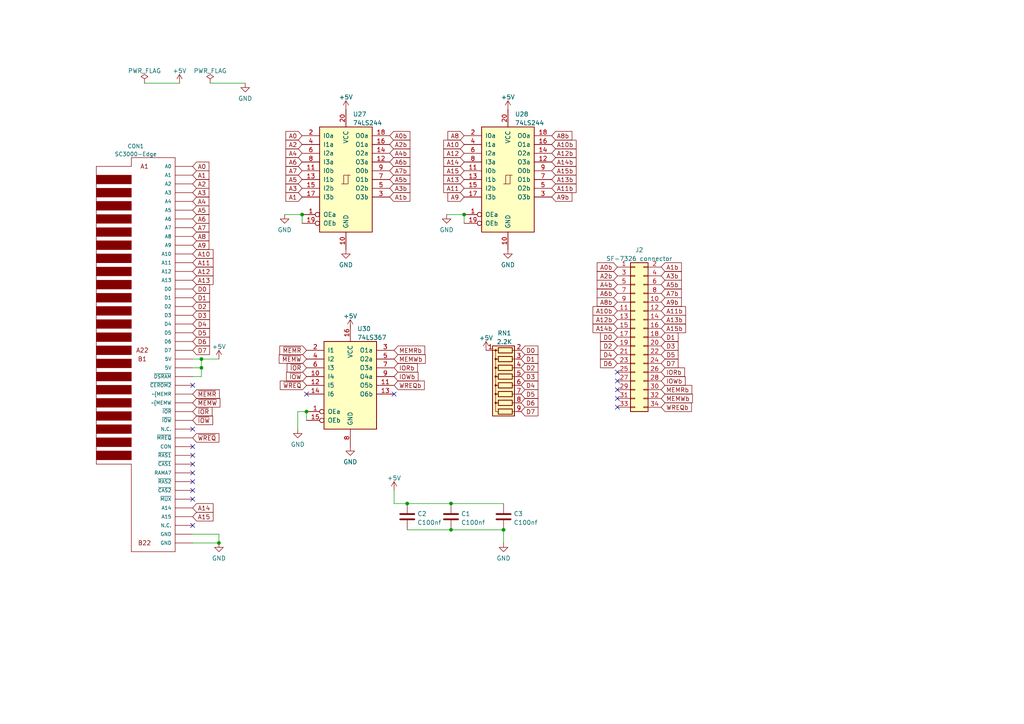
<source format=kicad_sch>
(kicad_sch (version 20211123) (generator eeschema)

  (uuid 7454a249-2779-4841-abb6-0e479c4e4b48)

  (paper "A4")

  (title_block
    (title "SF-7326 Cassette cartridge")
    (date "2022-07-06")
    (comment 2 "Emulatore cartuccia Sega Cassette per SEGA SC-3000 di Andrea Ottaviani (2022),")
  )

  (lib_symbols
    (symbol "74xx:74LS244" (pin_names (offset 1.016)) (in_bom yes) (on_board yes)
      (property "Reference" "U" (id 0) (at -7.62 16.51 0)
        (effects (font (size 1.27 1.27)))
      )
      (property "Value" "74LS244" (id 1) (at -7.62 -16.51 0)
        (effects (font (size 1.27 1.27)))
      )
      (property "Footprint" "" (id 2) (at 0 0 0)
        (effects (font (size 1.27 1.27)) hide)
      )
      (property "Datasheet" "http://www.ti.com/lit/ds/symlink/sn74ls244.pdf" (id 3) (at 0 0 0)
        (effects (font (size 1.27 1.27)) hide)
      )
      (property "ki_keywords" "7400 logic ttl low power schottky" (id 4) (at 0 0 0)
        (effects (font (size 1.27 1.27)) hide)
      )
      (property "ki_description" "Octal Buffer and Line Driver With 3-State Output, active-low enables, non-inverting outputs" (id 5) (at 0 0 0)
        (effects (font (size 1.27 1.27)) hide)
      )
      (property "ki_fp_filters" "DIP?20*" (id 6) (at 0 0 0)
        (effects (font (size 1.27 1.27)) hide)
      )
      (symbol "74LS244_1_0"
        (polyline
          (pts
            (xy -0.635 -1.27)
            (xy -0.635 1.27)
            (xy 0.635 1.27)
          )
          (stroke (width 0) (type default) (color 0 0 0 0))
          (fill (type none))
        )
        (polyline
          (pts
            (xy -1.27 -1.27)
            (xy 0.635 -1.27)
            (xy 0.635 1.27)
            (xy 1.27 1.27)
          )
          (stroke (width 0) (type default) (color 0 0 0 0))
          (fill (type none))
        )
        (pin input inverted (at -12.7 -10.16 0) (length 5.08)
          (name "OEa" (effects (font (size 1.27 1.27))))
          (number "1" (effects (font (size 1.27 1.27))))
        )
        (pin power_in line (at 0 -20.32 90) (length 5.08)
          (name "GND" (effects (font (size 1.27 1.27))))
          (number "10" (effects (font (size 1.27 1.27))))
        )
        (pin input line (at -12.7 2.54 0) (length 5.08)
          (name "I0b" (effects (font (size 1.27 1.27))))
          (number "11" (effects (font (size 1.27 1.27))))
        )
        (pin tri_state line (at 12.7 5.08 180) (length 5.08)
          (name "O3a" (effects (font (size 1.27 1.27))))
          (number "12" (effects (font (size 1.27 1.27))))
        )
        (pin input line (at -12.7 0 0) (length 5.08)
          (name "I1b" (effects (font (size 1.27 1.27))))
          (number "13" (effects (font (size 1.27 1.27))))
        )
        (pin tri_state line (at 12.7 7.62 180) (length 5.08)
          (name "O2a" (effects (font (size 1.27 1.27))))
          (number "14" (effects (font (size 1.27 1.27))))
        )
        (pin input line (at -12.7 -2.54 0) (length 5.08)
          (name "I2b" (effects (font (size 1.27 1.27))))
          (number "15" (effects (font (size 1.27 1.27))))
        )
        (pin tri_state line (at 12.7 10.16 180) (length 5.08)
          (name "O1a" (effects (font (size 1.27 1.27))))
          (number "16" (effects (font (size 1.27 1.27))))
        )
        (pin input line (at -12.7 -5.08 0) (length 5.08)
          (name "I3b" (effects (font (size 1.27 1.27))))
          (number "17" (effects (font (size 1.27 1.27))))
        )
        (pin tri_state line (at 12.7 12.7 180) (length 5.08)
          (name "O0a" (effects (font (size 1.27 1.27))))
          (number "18" (effects (font (size 1.27 1.27))))
        )
        (pin input inverted (at -12.7 -12.7 0) (length 5.08)
          (name "OEb" (effects (font (size 1.27 1.27))))
          (number "19" (effects (font (size 1.27 1.27))))
        )
        (pin input line (at -12.7 12.7 0) (length 5.08)
          (name "I0a" (effects (font (size 1.27 1.27))))
          (number "2" (effects (font (size 1.27 1.27))))
        )
        (pin power_in line (at 0 20.32 270) (length 5.08)
          (name "VCC" (effects (font (size 1.27 1.27))))
          (number "20" (effects (font (size 1.27 1.27))))
        )
        (pin tri_state line (at 12.7 -5.08 180) (length 5.08)
          (name "O3b" (effects (font (size 1.27 1.27))))
          (number "3" (effects (font (size 1.27 1.27))))
        )
        (pin input line (at -12.7 10.16 0) (length 5.08)
          (name "I1a" (effects (font (size 1.27 1.27))))
          (number "4" (effects (font (size 1.27 1.27))))
        )
        (pin tri_state line (at 12.7 -2.54 180) (length 5.08)
          (name "O2b" (effects (font (size 1.27 1.27))))
          (number "5" (effects (font (size 1.27 1.27))))
        )
        (pin input line (at -12.7 7.62 0) (length 5.08)
          (name "I2a" (effects (font (size 1.27 1.27))))
          (number "6" (effects (font (size 1.27 1.27))))
        )
        (pin tri_state line (at 12.7 0 180) (length 5.08)
          (name "O1b" (effects (font (size 1.27 1.27))))
          (number "7" (effects (font (size 1.27 1.27))))
        )
        (pin input line (at -12.7 5.08 0) (length 5.08)
          (name "I3a" (effects (font (size 1.27 1.27))))
          (number "8" (effects (font (size 1.27 1.27))))
        )
        (pin tri_state line (at 12.7 2.54 180) (length 5.08)
          (name "O0b" (effects (font (size 1.27 1.27))))
          (number "9" (effects (font (size 1.27 1.27))))
        )
      )
      (symbol "74LS244_1_1"
        (rectangle (start -7.62 15.24) (end 7.62 -15.24)
          (stroke (width 0.254) (type default) (color 0 0 0 0))
          (fill (type background))
        )
      )
    )
    (symbol "74xx:74LS367" (pin_names (offset 1.016)) (in_bom yes) (on_board yes)
      (property "Reference" "U" (id 0) (at -7.62 13.97 0)
        (effects (font (size 1.27 1.27)))
      )
      (property "Value" "74LS367" (id 1) (at -7.62 -13.97 0)
        (effects (font (size 1.27 1.27)))
      )
      (property "Footprint" "" (id 2) (at 0 0 0)
        (effects (font (size 1.27 1.27)) hide)
      )
      (property "Datasheet" "http://www.ti.com/lit/gpn/sn74LS367" (id 3) (at 0 0 0)
        (effects (font (size 1.27 1.27)) hide)
      )
      (property "ki_locked" "" (id 4) (at 0 0 0)
        (effects (font (size 1.27 1.27)))
      )
      (property "ki_keywords" "TTL Buffer BUS 3State" (id 5) (at 0 0 0)
        (effects (font (size 1.27 1.27)) hide)
      )
      (property "ki_description" "Hex Bus Driver 3-state outputs" (id 6) (at 0 0 0)
        (effects (font (size 1.27 1.27)) hide)
      )
      (property "ki_fp_filters" "DIP?16*" (id 7) (at 0 0 0)
        (effects (font (size 1.27 1.27)) hide)
      )
      (symbol "74LS367_1_0"
        (pin input inverted (at -12.7 -7.62 0) (length 5.08)
          (name "OEa" (effects (font (size 1.27 1.27))))
          (number "1" (effects (font (size 1.27 1.27))))
        )
        (pin input line (at -12.7 2.54 0) (length 5.08)
          (name "I4" (effects (font (size 1.27 1.27))))
          (number "10" (effects (font (size 1.27 1.27))))
        )
        (pin tri_state line (at 12.7 0 180) (length 5.08)
          (name "O5b" (effects (font (size 1.27 1.27))))
          (number "11" (effects (font (size 1.27 1.27))))
        )
        (pin input line (at -12.7 0 0) (length 5.08)
          (name "I5" (effects (font (size 1.27 1.27))))
          (number "12" (effects (font (size 1.27 1.27))))
        )
        (pin tri_state line (at 12.7 -2.54 180) (length 5.08)
          (name "O6b" (effects (font (size 1.27 1.27))))
          (number "13" (effects (font (size 1.27 1.27))))
        )
        (pin input line (at -12.7 -2.54 0) (length 5.08)
          (name "I6" (effects (font (size 1.27 1.27))))
          (number "14" (effects (font (size 1.27 1.27))))
        )
        (pin input inverted (at -12.7 -10.16 0) (length 5.08)
          (name "OEb" (effects (font (size 1.27 1.27))))
          (number "15" (effects (font (size 1.27 1.27))))
        )
        (pin power_in line (at 0 17.78 270) (length 5.08)
          (name "VCC" (effects (font (size 1.27 1.27))))
          (number "16" (effects (font (size 1.27 1.27))))
        )
        (pin input line (at -12.7 10.16 0) (length 5.08)
          (name "I1" (effects (font (size 1.27 1.27))))
          (number "2" (effects (font (size 1.27 1.27))))
        )
        (pin tri_state line (at 12.7 10.16 180) (length 5.08)
          (name "O1a" (effects (font (size 1.27 1.27))))
          (number "3" (effects (font (size 1.27 1.27))))
        )
        (pin input line (at -12.7 7.62 0) (length 5.08)
          (name "I2" (effects (font (size 1.27 1.27))))
          (number "4" (effects (font (size 1.27 1.27))))
        )
        (pin tri_state line (at 12.7 7.62 180) (length 5.08)
          (name "O2a" (effects (font (size 1.27 1.27))))
          (number "5" (effects (font (size 1.27 1.27))))
        )
        (pin input line (at -12.7 5.08 0) (length 5.08)
          (name "I3" (effects (font (size 1.27 1.27))))
          (number "6" (effects (font (size 1.27 1.27))))
        )
        (pin tri_state line (at 12.7 5.08 180) (length 5.08)
          (name "O3a" (effects (font (size 1.27 1.27))))
          (number "7" (effects (font (size 1.27 1.27))))
        )
        (pin power_in line (at 0 -17.78 90) (length 5.08)
          (name "GND" (effects (font (size 1.27 1.27))))
          (number "8" (effects (font (size 1.27 1.27))))
        )
        (pin tri_state line (at 12.7 2.54 180) (length 5.08)
          (name "O4a" (effects (font (size 1.27 1.27))))
          (number "9" (effects (font (size 1.27 1.27))))
        )
      )
      (symbol "74LS367_1_1"
        (rectangle (start -7.62 12.7) (end 7.62 -12.7)
          (stroke (width 0.254) (type default) (color 0 0 0 0))
          (fill (type background))
        )
      )
    )
    (symbol "Connector_Generic:Conn_02x17_Odd_Even" (pin_names (offset 1.016) hide) (in_bom yes) (on_board yes)
      (property "Reference" "J" (id 0) (at 1.27 22.86 0)
        (effects (font (size 1.27 1.27)))
      )
      (property "Value" "Conn_02x17_Odd_Even" (id 1) (at 1.27 -22.86 0)
        (effects (font (size 1.27 1.27)))
      )
      (property "Footprint" "" (id 2) (at 0 0 0)
        (effects (font (size 1.27 1.27)) hide)
      )
      (property "Datasheet" "~" (id 3) (at 0 0 0)
        (effects (font (size 1.27 1.27)) hide)
      )
      (property "ki_keywords" "connector" (id 4) (at 0 0 0)
        (effects (font (size 1.27 1.27)) hide)
      )
      (property "ki_description" "Generic connector, double row, 02x17, odd/even pin numbering scheme (row 1 odd numbers, row 2 even numbers), script generated (kicad-library-utils/schlib/autogen/connector/)" (id 5) (at 0 0 0)
        (effects (font (size 1.27 1.27)) hide)
      )
      (property "ki_fp_filters" "Connector*:*_2x??_*" (id 6) (at 0 0 0)
        (effects (font (size 1.27 1.27)) hide)
      )
      (symbol "Conn_02x17_Odd_Even_1_1"
        (rectangle (start -1.27 -20.193) (end 0 -20.447)
          (stroke (width 0.1524) (type default) (color 0 0 0 0))
          (fill (type none))
        )
        (rectangle (start -1.27 -17.653) (end 0 -17.907)
          (stroke (width 0.1524) (type default) (color 0 0 0 0))
          (fill (type none))
        )
        (rectangle (start -1.27 -15.113) (end 0 -15.367)
          (stroke (width 0.1524) (type default) (color 0 0 0 0))
          (fill (type none))
        )
        (rectangle (start -1.27 -12.573) (end 0 -12.827)
          (stroke (width 0.1524) (type default) (color 0 0 0 0))
          (fill (type none))
        )
        (rectangle (start -1.27 -10.033) (end 0 -10.287)
          (stroke (width 0.1524) (type default) (color 0 0 0 0))
          (fill (type none))
        )
        (rectangle (start -1.27 -7.493) (end 0 -7.747)
          (stroke (width 0.1524) (type default) (color 0 0 0 0))
          (fill (type none))
        )
        (rectangle (start -1.27 -4.953) (end 0 -5.207)
          (stroke (width 0.1524) (type default) (color 0 0 0 0))
          (fill (type none))
        )
        (rectangle (start -1.27 -2.413) (end 0 -2.667)
          (stroke (width 0.1524) (type default) (color 0 0 0 0))
          (fill (type none))
        )
        (rectangle (start -1.27 0.127) (end 0 -0.127)
          (stroke (width 0.1524) (type default) (color 0 0 0 0))
          (fill (type none))
        )
        (rectangle (start -1.27 2.667) (end 0 2.413)
          (stroke (width 0.1524) (type default) (color 0 0 0 0))
          (fill (type none))
        )
        (rectangle (start -1.27 5.207) (end 0 4.953)
          (stroke (width 0.1524) (type default) (color 0 0 0 0))
          (fill (type none))
        )
        (rectangle (start -1.27 7.747) (end 0 7.493)
          (stroke (width 0.1524) (type default) (color 0 0 0 0))
          (fill (type none))
        )
        (rectangle (start -1.27 10.287) (end 0 10.033)
          (stroke (width 0.1524) (type default) (color 0 0 0 0))
          (fill (type none))
        )
        (rectangle (start -1.27 12.827) (end 0 12.573)
          (stroke (width 0.1524) (type default) (color 0 0 0 0))
          (fill (type none))
        )
        (rectangle (start -1.27 15.367) (end 0 15.113)
          (stroke (width 0.1524) (type default) (color 0 0 0 0))
          (fill (type none))
        )
        (rectangle (start -1.27 17.907) (end 0 17.653)
          (stroke (width 0.1524) (type default) (color 0 0 0 0))
          (fill (type none))
        )
        (rectangle (start -1.27 20.447) (end 0 20.193)
          (stroke (width 0.1524) (type default) (color 0 0 0 0))
          (fill (type none))
        )
        (rectangle (start -1.27 21.59) (end 3.81 -21.59)
          (stroke (width 0.254) (type default) (color 0 0 0 0))
          (fill (type background))
        )
        (rectangle (start 3.81 -20.193) (end 2.54 -20.447)
          (stroke (width 0.1524) (type default) (color 0 0 0 0))
          (fill (type none))
        )
        (rectangle (start 3.81 -17.653) (end 2.54 -17.907)
          (stroke (width 0.1524) (type default) (color 0 0 0 0))
          (fill (type none))
        )
        (rectangle (start 3.81 -15.113) (end 2.54 -15.367)
          (stroke (width 0.1524) (type default) (color 0 0 0 0))
          (fill (type none))
        )
        (rectangle (start 3.81 -12.573) (end 2.54 -12.827)
          (stroke (width 0.1524) (type default) (color 0 0 0 0))
          (fill (type none))
        )
        (rectangle (start 3.81 -10.033) (end 2.54 -10.287)
          (stroke (width 0.1524) (type default) (color 0 0 0 0))
          (fill (type none))
        )
        (rectangle (start 3.81 -7.493) (end 2.54 -7.747)
          (stroke (width 0.1524) (type default) (color 0 0 0 0))
          (fill (type none))
        )
        (rectangle (start 3.81 -4.953) (end 2.54 -5.207)
          (stroke (width 0.1524) (type default) (color 0 0 0 0))
          (fill (type none))
        )
        (rectangle (start 3.81 -2.413) (end 2.54 -2.667)
          (stroke (width 0.1524) (type default) (color 0 0 0 0))
          (fill (type none))
        )
        (rectangle (start 3.81 0.127) (end 2.54 -0.127)
          (stroke (width 0.1524) (type default) (color 0 0 0 0))
          (fill (type none))
        )
        (rectangle (start 3.81 2.667) (end 2.54 2.413)
          (stroke (width 0.1524) (type default) (color 0 0 0 0))
          (fill (type none))
        )
        (rectangle (start 3.81 5.207) (end 2.54 4.953)
          (stroke (width 0.1524) (type default) (color 0 0 0 0))
          (fill (type none))
        )
        (rectangle (start 3.81 7.747) (end 2.54 7.493)
          (stroke (width 0.1524) (type default) (color 0 0 0 0))
          (fill (type none))
        )
        (rectangle (start 3.81 10.287) (end 2.54 10.033)
          (stroke (width 0.1524) (type default) (color 0 0 0 0))
          (fill (type none))
        )
        (rectangle (start 3.81 12.827) (end 2.54 12.573)
          (stroke (width 0.1524) (type default) (color 0 0 0 0))
          (fill (type none))
        )
        (rectangle (start 3.81 15.367) (end 2.54 15.113)
          (stroke (width 0.1524) (type default) (color 0 0 0 0))
          (fill (type none))
        )
        (rectangle (start 3.81 17.907) (end 2.54 17.653)
          (stroke (width 0.1524) (type default) (color 0 0 0 0))
          (fill (type none))
        )
        (rectangle (start 3.81 20.447) (end 2.54 20.193)
          (stroke (width 0.1524) (type default) (color 0 0 0 0))
          (fill (type none))
        )
        (pin passive line (at -5.08 20.32 0) (length 3.81)
          (name "Pin_1" (effects (font (size 1.27 1.27))))
          (number "1" (effects (font (size 1.27 1.27))))
        )
        (pin passive line (at 7.62 10.16 180) (length 3.81)
          (name "Pin_10" (effects (font (size 1.27 1.27))))
          (number "10" (effects (font (size 1.27 1.27))))
        )
        (pin passive line (at -5.08 7.62 0) (length 3.81)
          (name "Pin_11" (effects (font (size 1.27 1.27))))
          (number "11" (effects (font (size 1.27 1.27))))
        )
        (pin passive line (at 7.62 7.62 180) (length 3.81)
          (name "Pin_12" (effects (font (size 1.27 1.27))))
          (number "12" (effects (font (size 1.27 1.27))))
        )
        (pin passive line (at -5.08 5.08 0) (length 3.81)
          (name "Pin_13" (effects (font (size 1.27 1.27))))
          (number "13" (effects (font (size 1.27 1.27))))
        )
        (pin passive line (at 7.62 5.08 180) (length 3.81)
          (name "Pin_14" (effects (font (size 1.27 1.27))))
          (number "14" (effects (font (size 1.27 1.27))))
        )
        (pin passive line (at -5.08 2.54 0) (length 3.81)
          (name "Pin_15" (effects (font (size 1.27 1.27))))
          (number "15" (effects (font (size 1.27 1.27))))
        )
        (pin passive line (at 7.62 2.54 180) (length 3.81)
          (name "Pin_16" (effects (font (size 1.27 1.27))))
          (number "16" (effects (font (size 1.27 1.27))))
        )
        (pin passive line (at -5.08 0 0) (length 3.81)
          (name "Pin_17" (effects (font (size 1.27 1.27))))
          (number "17" (effects (font (size 1.27 1.27))))
        )
        (pin passive line (at 7.62 0 180) (length 3.81)
          (name "Pin_18" (effects (font (size 1.27 1.27))))
          (number "18" (effects (font (size 1.27 1.27))))
        )
        (pin passive line (at -5.08 -2.54 0) (length 3.81)
          (name "Pin_19" (effects (font (size 1.27 1.27))))
          (number "19" (effects (font (size 1.27 1.27))))
        )
        (pin passive line (at 7.62 20.32 180) (length 3.81)
          (name "Pin_2" (effects (font (size 1.27 1.27))))
          (number "2" (effects (font (size 1.27 1.27))))
        )
        (pin passive line (at 7.62 -2.54 180) (length 3.81)
          (name "Pin_20" (effects (font (size 1.27 1.27))))
          (number "20" (effects (font (size 1.27 1.27))))
        )
        (pin passive line (at -5.08 -5.08 0) (length 3.81)
          (name "Pin_21" (effects (font (size 1.27 1.27))))
          (number "21" (effects (font (size 1.27 1.27))))
        )
        (pin passive line (at 7.62 -5.08 180) (length 3.81)
          (name "Pin_22" (effects (font (size 1.27 1.27))))
          (number "22" (effects (font (size 1.27 1.27))))
        )
        (pin passive line (at -5.08 -7.62 0) (length 3.81)
          (name "Pin_23" (effects (font (size 1.27 1.27))))
          (number "23" (effects (font (size 1.27 1.27))))
        )
        (pin passive line (at 7.62 -7.62 180) (length 3.81)
          (name "Pin_24" (effects (font (size 1.27 1.27))))
          (number "24" (effects (font (size 1.27 1.27))))
        )
        (pin passive line (at -5.08 -10.16 0) (length 3.81)
          (name "Pin_25" (effects (font (size 1.27 1.27))))
          (number "25" (effects (font (size 1.27 1.27))))
        )
        (pin passive line (at 7.62 -10.16 180) (length 3.81)
          (name "Pin_26" (effects (font (size 1.27 1.27))))
          (number "26" (effects (font (size 1.27 1.27))))
        )
        (pin passive line (at -5.08 -12.7 0) (length 3.81)
          (name "Pin_27" (effects (font (size 1.27 1.27))))
          (number "27" (effects (font (size 1.27 1.27))))
        )
        (pin passive line (at 7.62 -12.7 180) (length 3.81)
          (name "Pin_28" (effects (font (size 1.27 1.27))))
          (number "28" (effects (font (size 1.27 1.27))))
        )
        (pin passive line (at -5.08 -15.24 0) (length 3.81)
          (name "Pin_29" (effects (font (size 1.27 1.27))))
          (number "29" (effects (font (size 1.27 1.27))))
        )
        (pin passive line (at -5.08 17.78 0) (length 3.81)
          (name "Pin_3" (effects (font (size 1.27 1.27))))
          (number "3" (effects (font (size 1.27 1.27))))
        )
        (pin passive line (at 7.62 -15.24 180) (length 3.81)
          (name "Pin_30" (effects (font (size 1.27 1.27))))
          (number "30" (effects (font (size 1.27 1.27))))
        )
        (pin passive line (at -5.08 -17.78 0) (length 3.81)
          (name "Pin_31" (effects (font (size 1.27 1.27))))
          (number "31" (effects (font (size 1.27 1.27))))
        )
        (pin passive line (at 7.62 -17.78 180) (length 3.81)
          (name "Pin_32" (effects (font (size 1.27 1.27))))
          (number "32" (effects (font (size 1.27 1.27))))
        )
        (pin passive line (at -5.08 -20.32 0) (length 3.81)
          (name "Pin_33" (effects (font (size 1.27 1.27))))
          (number "33" (effects (font (size 1.27 1.27))))
        )
        (pin passive line (at 7.62 -20.32 180) (length 3.81)
          (name "Pin_34" (effects (font (size 1.27 1.27))))
          (number "34" (effects (font (size 1.27 1.27))))
        )
        (pin passive line (at 7.62 17.78 180) (length 3.81)
          (name "Pin_4" (effects (font (size 1.27 1.27))))
          (number "4" (effects (font (size 1.27 1.27))))
        )
        (pin passive line (at -5.08 15.24 0) (length 3.81)
          (name "Pin_5" (effects (font (size 1.27 1.27))))
          (number "5" (effects (font (size 1.27 1.27))))
        )
        (pin passive line (at 7.62 15.24 180) (length 3.81)
          (name "Pin_6" (effects (font (size 1.27 1.27))))
          (number "6" (effects (font (size 1.27 1.27))))
        )
        (pin passive line (at -5.08 12.7 0) (length 3.81)
          (name "Pin_7" (effects (font (size 1.27 1.27))))
          (number "7" (effects (font (size 1.27 1.27))))
        )
        (pin passive line (at 7.62 12.7 180) (length 3.81)
          (name "Pin_8" (effects (font (size 1.27 1.27))))
          (number "8" (effects (font (size 1.27 1.27))))
        )
        (pin passive line (at -5.08 10.16 0) (length 3.81)
          (name "Pin_9" (effects (font (size 1.27 1.27))))
          (number "9" (effects (font (size 1.27 1.27))))
        )
      )
    )
    (symbol "Device:C" (pin_numbers hide) (pin_names (offset 0.254)) (in_bom yes) (on_board yes)
      (property "Reference" "C" (id 0) (at 0.635 2.54 0)
        (effects (font (size 1.27 1.27)) (justify left))
      )
      (property "Value" "C" (id 1) (at 0.635 -2.54 0)
        (effects (font (size 1.27 1.27)) (justify left))
      )
      (property "Footprint" "" (id 2) (at 0.9652 -3.81 0)
        (effects (font (size 1.27 1.27)) hide)
      )
      (property "Datasheet" "~" (id 3) (at 0 0 0)
        (effects (font (size 1.27 1.27)) hide)
      )
      (property "ki_keywords" "cap capacitor" (id 4) (at 0 0 0)
        (effects (font (size 1.27 1.27)) hide)
      )
      (property "ki_description" "Unpolarized capacitor" (id 5) (at 0 0 0)
        (effects (font (size 1.27 1.27)) hide)
      )
      (property "ki_fp_filters" "C_*" (id 6) (at 0 0 0)
        (effects (font (size 1.27 1.27)) hide)
      )
      (symbol "C_0_1"
        (polyline
          (pts
            (xy -2.032 -0.762)
            (xy 2.032 -0.762)
          )
          (stroke (width 0.508) (type default) (color 0 0 0 0))
          (fill (type none))
        )
        (polyline
          (pts
            (xy -2.032 0.762)
            (xy 2.032 0.762)
          )
          (stroke (width 0.508) (type default) (color 0 0 0 0))
          (fill (type none))
        )
      )
      (symbol "C_1_1"
        (pin passive line (at 0 3.81 270) (length 2.794)
          (name "~" (effects (font (size 1.27 1.27))))
          (number "1" (effects (font (size 1.27 1.27))))
        )
        (pin passive line (at 0 -3.81 90) (length 2.794)
          (name "~" (effects (font (size 1.27 1.27))))
          (number "2" (effects (font (size 1.27 1.27))))
        )
      )
    )
    (symbol "Device:R_Network08" (pin_names (offset 0) hide) (in_bom yes) (on_board yes)
      (property "Reference" "RN" (id 0) (at -12.7 0 90)
        (effects (font (size 1.27 1.27)))
      )
      (property "Value" "R_Network08" (id 1) (at 10.16 0 90)
        (effects (font (size 1.27 1.27)))
      )
      (property "Footprint" "Resistor_THT:R_Array_SIP9" (id 2) (at 12.065 0 90)
        (effects (font (size 1.27 1.27)) hide)
      )
      (property "Datasheet" "http://www.vishay.com/docs/31509/csc.pdf" (id 3) (at 0 0 0)
        (effects (font (size 1.27 1.27)) hide)
      )
      (property "ki_keywords" "R network star-topology" (id 4) (at 0 0 0)
        (effects (font (size 1.27 1.27)) hide)
      )
      (property "ki_description" "8 resistor network, star topology, bussed resistors, small symbol" (id 5) (at 0 0 0)
        (effects (font (size 1.27 1.27)) hide)
      )
      (property "ki_fp_filters" "R?Array?SIP*" (id 6) (at 0 0 0)
        (effects (font (size 1.27 1.27)) hide)
      )
      (symbol "R_Network08_0_1"
        (rectangle (start -11.43 -3.175) (end 8.89 3.175)
          (stroke (width 0.254) (type default) (color 0 0 0 0))
          (fill (type background))
        )
        (rectangle (start -10.922 1.524) (end -9.398 -2.54)
          (stroke (width 0.254) (type default) (color 0 0 0 0))
          (fill (type none))
        )
        (circle (center -10.16 2.286) (radius 0.254)
          (stroke (width 0) (type default) (color 0 0 0 0))
          (fill (type outline))
        )
        (rectangle (start -8.382 1.524) (end -6.858 -2.54)
          (stroke (width 0.254) (type default) (color 0 0 0 0))
          (fill (type none))
        )
        (circle (center -7.62 2.286) (radius 0.254)
          (stroke (width 0) (type default) (color 0 0 0 0))
          (fill (type outline))
        )
        (rectangle (start -5.842 1.524) (end -4.318 -2.54)
          (stroke (width 0.254) (type default) (color 0 0 0 0))
          (fill (type none))
        )
        (circle (center -5.08 2.286) (radius 0.254)
          (stroke (width 0) (type default) (color 0 0 0 0))
          (fill (type outline))
        )
        (rectangle (start -3.302 1.524) (end -1.778 -2.54)
          (stroke (width 0.254) (type default) (color 0 0 0 0))
          (fill (type none))
        )
        (circle (center -2.54 2.286) (radius 0.254)
          (stroke (width 0) (type default) (color 0 0 0 0))
          (fill (type outline))
        )
        (rectangle (start -0.762 1.524) (end 0.762 -2.54)
          (stroke (width 0.254) (type default) (color 0 0 0 0))
          (fill (type none))
        )
        (polyline
          (pts
            (xy -10.16 -2.54)
            (xy -10.16 -3.81)
          )
          (stroke (width 0) (type default) (color 0 0 0 0))
          (fill (type none))
        )
        (polyline
          (pts
            (xy -7.62 -2.54)
            (xy -7.62 -3.81)
          )
          (stroke (width 0) (type default) (color 0 0 0 0))
          (fill (type none))
        )
        (polyline
          (pts
            (xy -5.08 -2.54)
            (xy -5.08 -3.81)
          )
          (stroke (width 0) (type default) (color 0 0 0 0))
          (fill (type none))
        )
        (polyline
          (pts
            (xy -2.54 -2.54)
            (xy -2.54 -3.81)
          )
          (stroke (width 0) (type default) (color 0 0 0 0))
          (fill (type none))
        )
        (polyline
          (pts
            (xy 0 -2.54)
            (xy 0 -3.81)
          )
          (stroke (width 0) (type default) (color 0 0 0 0))
          (fill (type none))
        )
        (polyline
          (pts
            (xy 2.54 -2.54)
            (xy 2.54 -3.81)
          )
          (stroke (width 0) (type default) (color 0 0 0 0))
          (fill (type none))
        )
        (polyline
          (pts
            (xy 5.08 -2.54)
            (xy 5.08 -3.81)
          )
          (stroke (width 0) (type default) (color 0 0 0 0))
          (fill (type none))
        )
        (polyline
          (pts
            (xy 7.62 -2.54)
            (xy 7.62 -3.81)
          )
          (stroke (width 0) (type default) (color 0 0 0 0))
          (fill (type none))
        )
        (polyline
          (pts
            (xy -10.16 1.524)
            (xy -10.16 2.286)
            (xy -7.62 2.286)
            (xy -7.62 1.524)
          )
          (stroke (width 0) (type default) (color 0 0 0 0))
          (fill (type none))
        )
        (polyline
          (pts
            (xy -7.62 1.524)
            (xy -7.62 2.286)
            (xy -5.08 2.286)
            (xy -5.08 1.524)
          )
          (stroke (width 0) (type default) (color 0 0 0 0))
          (fill (type none))
        )
        (polyline
          (pts
            (xy -5.08 1.524)
            (xy -5.08 2.286)
            (xy -2.54 2.286)
            (xy -2.54 1.524)
          )
          (stroke (width 0) (type default) (color 0 0 0 0))
          (fill (type none))
        )
        (polyline
          (pts
            (xy -2.54 1.524)
            (xy -2.54 2.286)
            (xy 0 2.286)
            (xy 0 1.524)
          )
          (stroke (width 0) (type default) (color 0 0 0 0))
          (fill (type none))
        )
        (polyline
          (pts
            (xy 0 1.524)
            (xy 0 2.286)
            (xy 2.54 2.286)
            (xy 2.54 1.524)
          )
          (stroke (width 0) (type default) (color 0 0 0 0))
          (fill (type none))
        )
        (polyline
          (pts
            (xy 2.54 1.524)
            (xy 2.54 2.286)
            (xy 5.08 2.286)
            (xy 5.08 1.524)
          )
          (stroke (width 0) (type default) (color 0 0 0 0))
          (fill (type none))
        )
        (polyline
          (pts
            (xy 5.08 1.524)
            (xy 5.08 2.286)
            (xy 7.62 2.286)
            (xy 7.62 1.524)
          )
          (stroke (width 0) (type default) (color 0 0 0 0))
          (fill (type none))
        )
        (circle (center 0 2.286) (radius 0.254)
          (stroke (width 0) (type default) (color 0 0 0 0))
          (fill (type outline))
        )
        (rectangle (start 1.778 1.524) (end 3.302 -2.54)
          (stroke (width 0.254) (type default) (color 0 0 0 0))
          (fill (type none))
        )
        (circle (center 2.54 2.286) (radius 0.254)
          (stroke (width 0) (type default) (color 0 0 0 0))
          (fill (type outline))
        )
        (rectangle (start 4.318 1.524) (end 5.842 -2.54)
          (stroke (width 0.254) (type default) (color 0 0 0 0))
          (fill (type none))
        )
        (circle (center 5.08 2.286) (radius 0.254)
          (stroke (width 0) (type default) (color 0 0 0 0))
          (fill (type outline))
        )
        (rectangle (start 6.858 1.524) (end 8.382 -2.54)
          (stroke (width 0.254) (type default) (color 0 0 0 0))
          (fill (type none))
        )
      )
      (symbol "R_Network08_1_1"
        (pin passive line (at -10.16 5.08 270) (length 2.54)
          (name "common" (effects (font (size 1.27 1.27))))
          (number "1" (effects (font (size 1.27 1.27))))
        )
        (pin passive line (at -10.16 -5.08 90) (length 1.27)
          (name "R1" (effects (font (size 1.27 1.27))))
          (number "2" (effects (font (size 1.27 1.27))))
        )
        (pin passive line (at -7.62 -5.08 90) (length 1.27)
          (name "R2" (effects (font (size 1.27 1.27))))
          (number "3" (effects (font (size 1.27 1.27))))
        )
        (pin passive line (at -5.08 -5.08 90) (length 1.27)
          (name "R3" (effects (font (size 1.27 1.27))))
          (number "4" (effects (font (size 1.27 1.27))))
        )
        (pin passive line (at -2.54 -5.08 90) (length 1.27)
          (name "R4" (effects (font (size 1.27 1.27))))
          (number "5" (effects (font (size 1.27 1.27))))
        )
        (pin passive line (at 0 -5.08 90) (length 1.27)
          (name "R5" (effects (font (size 1.27 1.27))))
          (number "6" (effects (font (size 1.27 1.27))))
        )
        (pin passive line (at 2.54 -5.08 90) (length 1.27)
          (name "R6" (effects (font (size 1.27 1.27))))
          (number "7" (effects (font (size 1.27 1.27))))
        )
        (pin passive line (at 5.08 -5.08 90) (length 1.27)
          (name "R7" (effects (font (size 1.27 1.27))))
          (number "8" (effects (font (size 1.27 1.27))))
        )
        (pin passive line (at 7.62 -5.08 90) (length 1.27)
          (name "R8" (effects (font (size 1.27 1.27))))
          (number "9" (effects (font (size 1.27 1.27))))
        )
      )
    )
    (symbol "SC3000:SC3000-Edge" (pin_numbers hide) (pin_names (offset 1.016)) (in_bom yes) (on_board yes)
      (property "Reference" "CON" (id 0) (at -15.24 67.31 0)
        (effects (font (size 1.143 1.143)) (justify left bottom))
      )
      (property "Value" "SC3000-Edge" (id 1) (at -28.575 -26.67 0)
        (effects (font (size 1.143 1.143)) (justify left bottom))
      )
      (property "Footprint" "SF-7326:SC3000_EDGE" (id 2) (at 0.762 1.27 0)
        (effects (font (size 0.508 0.508)) hide)
      )
      (property "Datasheet" "" (id 3) (at 0 -2.54 0)
        (effects (font (size 1.27 1.27)) hide)
      )
      (property "ki_fp_filters" "*2X22_EDGE_2.54*" (id 4) (at 0 0 0)
        (effects (font (size 1.27 1.27)) hide)
      )
      (symbol "SC3000-Edge_0_0"
        (text "A1" (at -11.43 63.5 0)
          (effects (font (size 1.27 1.27)))
        )
        (text "A22" (at -12.065 10.16 0)
          (effects (font (size 1.27 1.27)))
        )
        (text "B1" (at -12.065 7.62 0)
          (effects (font (size 1.27 1.27)))
        )
        (text "B22" (at -11.43 -45.72 0)
          (effects (font (size 1.27 1.27)))
        )
      )
      (symbol "SC3000-Edge_1_0"
        (polyline
          (pts
            (xy -25.4 -22.86)
            (xy -15.24 -22.86)
          )
          (stroke (width 0) (type default) (color 0 0 0 0))
          (fill (type none))
        )
        (polyline
          (pts
            (xy -25.4 63.5)
            (xy -25.4 -22.86)
          )
          (stroke (width 0) (type default) (color 0 0 0 0))
          (fill (type none))
        )
        (polyline
          (pts
            (xy -15.24 -48.26)
            (xy -2.54 -48.26)
          )
          (stroke (width 0) (type default) (color 0 0 0 0))
          (fill (type none))
        )
        (polyline
          (pts
            (xy -15.24 -22.86)
            (xy -15.24 -48.26)
          )
          (stroke (width 0) (type default) (color 0 0 0 0))
          (fill (type none))
        )
        (polyline
          (pts
            (xy -15.24 63.5)
            (xy -25.4 63.5)
          )
          (stroke (width 0) (type default) (color 0 0 0 0))
          (fill (type none))
        )
        (polyline
          (pts
            (xy -15.24 66.04)
            (xy -15.24 63.5)
          )
          (stroke (width 0) (type default) (color 0 0 0 0))
          (fill (type none))
        )
        (polyline
          (pts
            (xy -2.54 66.04)
            (xy -15.24 66.04)
          )
          (stroke (width 0) (type default) (color 0 0 0 0))
          (fill (type none))
        )
        (polyline
          (pts
            (xy -2.54 66.04)
            (xy -2.54 -48.26)
          )
          (stroke (width 0) (type default) (color 0 0 0 0))
          (fill (type none))
        )
      )
      (symbol "SC3000-Edge_1_1"
        (rectangle (start -25.4 -21.59) (end -15.24 -19.05)
          (stroke (width 0) (type default) (color 0 0 0 0))
          (fill (type outline))
        )
        (rectangle (start -25.4 -17.78) (end -15.24 -15.24)
          (stroke (width 0) (type default) (color 0 0 0 0))
          (fill (type outline))
        )
        (rectangle (start -25.4 -13.97) (end -15.24 -11.43)
          (stroke (width 0) (type default) (color 0 0 0 0))
          (fill (type outline))
        )
        (rectangle (start -25.4 -10.16) (end -15.24 -7.62)
          (stroke (width 0) (type default) (color 0 0 0 0))
          (fill (type outline))
        )
        (rectangle (start -25.4 -6.35) (end -15.24 -3.81)
          (stroke (width 0) (type default) (color 0 0 0 0))
          (fill (type outline))
        )
        (rectangle (start -25.4 -2.54) (end -15.24 0)
          (stroke (width 0) (type default) (color 0 0 0 0))
          (fill (type outline))
        )
        (rectangle (start -25.4 1.27) (end -15.24 3.81)
          (stroke (width 0) (type default) (color 0 0 0 0))
          (fill (type outline))
        )
        (rectangle (start -25.4 5.08) (end -15.24 7.62)
          (stroke (width 0) (type default) (color 0 0 0 0))
          (fill (type outline))
        )
        (rectangle (start -25.4 8.89) (end -15.24 11.43)
          (stroke (width 0) (type default) (color 0 0 0 0))
          (fill (type outline))
        )
        (rectangle (start -25.4 12.7) (end -15.24 15.24)
          (stroke (width 0) (type default) (color 0 0 0 0))
          (fill (type outline))
        )
        (rectangle (start -25.4 16.51) (end -15.24 19.05)
          (stroke (width 0) (type default) (color 0 0 0 0))
          (fill (type outline))
        )
        (rectangle (start -25.4 20.32) (end -15.24 22.86)
          (stroke (width 0) (type default) (color 0 0 0 0))
          (fill (type outline))
        )
        (rectangle (start -25.4 24.13) (end -15.24 26.67)
          (stroke (width 0) (type default) (color 0 0 0 0))
          (fill (type outline))
        )
        (rectangle (start -25.4 27.94) (end -15.24 30.48)
          (stroke (width 0) (type default) (color 0 0 0 0))
          (fill (type outline))
        )
        (rectangle (start -25.4 31.75) (end -15.24 34.29)
          (stroke (width 0) (type default) (color 0 0 0 0))
          (fill (type outline))
        )
        (rectangle (start -25.4 35.56) (end -15.24 38.1)
          (stroke (width 0) (type default) (color 0 0 0 0))
          (fill (type outline))
        )
        (rectangle (start -25.4 39.37) (end -15.24 41.91)
          (stroke (width 0) (type default) (color 0 0 0 0))
          (fill (type outline))
        )
        (rectangle (start -25.4 43.18) (end -15.24 45.72)
          (stroke (width 0) (type default) (color 0 0 0 0))
          (fill (type outline))
        )
        (rectangle (start -25.4 46.99) (end -15.24 49.53)
          (stroke (width 0) (type default) (color 0 0 0 0))
          (fill (type outline))
        )
        (rectangle (start -25.4 50.8) (end -15.24 53.34)
          (stroke (width 0) (type default) (color 0 0 0 0))
          (fill (type outline))
        )
        (rectangle (start -25.4 54.61) (end -15.24 57.15)
          (stroke (width 0) (type default) (color 0 0 0 0))
          (fill (type outline))
        )
        (rectangle (start -25.4 58.42) (end -15.24 60.96)
          (stroke (width 0) (type default) (color 0 0 0 0))
          (fill (type outline))
        )
        (pin bidirectional line (at 2.54 63.5 180) (length 5.08)
          (name "A0" (effects (font (size 1.016 1.016))))
          (number "A1" (effects (font (size 1.016 1.016))))
        )
        (pin bidirectional line (at 2.54 40.64 180) (length 5.08)
          (name "A9" (effects (font (size 1.016 1.016))))
          (number "A10" (effects (font (size 1.016 1.016))))
        )
        (pin bidirectional line (at 2.54 38.1 180) (length 5.08)
          (name "A10" (effects (font (size 1.016 1.016))))
          (number "A11" (effects (font (size 1.016 1.016))))
        )
        (pin bidirectional line (at 2.54 35.56 180) (length 5.08)
          (name "A11" (effects (font (size 1.016 1.016))))
          (number "A12" (effects (font (size 1.016 1.016))))
        )
        (pin bidirectional line (at 2.54 33.02 180) (length 5.08)
          (name "A12" (effects (font (size 1.016 1.016))))
          (number "A13" (effects (font (size 1.016 1.016))))
        )
        (pin bidirectional line (at 2.54 30.48 180) (length 5.08)
          (name "A13" (effects (font (size 1.016 1.016))))
          (number "A14" (effects (font (size 1.016 1.016))))
        )
        (pin bidirectional line (at 2.54 27.94 180) (length 5.08)
          (name "D0" (effects (font (size 1.016 1.016))))
          (number "A15" (effects (font (size 1.016 1.016))))
        )
        (pin bidirectional line (at 2.54 25.4 180) (length 5.08)
          (name "D1" (effects (font (size 1.016 1.016))))
          (number "A16" (effects (font (size 1.016 1.016))))
        )
        (pin bidirectional line (at 2.54 22.86 180) (length 5.08)
          (name "D2" (effects (font (size 1.016 1.016))))
          (number "A17" (effects (font (size 1.016 1.016))))
        )
        (pin bidirectional line (at 2.54 20.32 180) (length 5.08)
          (name "D3" (effects (font (size 1.016 1.016))))
          (number "A18" (effects (font (size 1.016 1.016))))
        )
        (pin bidirectional line (at 2.54 17.78 180) (length 5.08)
          (name "D4" (effects (font (size 1.016 1.016))))
          (number "A19" (effects (font (size 1.016 1.016))))
        )
        (pin bidirectional line (at 2.54 60.96 180) (length 5.08)
          (name "A1" (effects (font (size 1.016 1.016))))
          (number "A2" (effects (font (size 1.016 1.016))))
        )
        (pin bidirectional line (at 2.54 15.24 180) (length 5.08)
          (name "D5" (effects (font (size 1.016 1.016))))
          (number "A20" (effects (font (size 1.016 1.016))))
        )
        (pin bidirectional line (at 2.54 12.7 180) (length 5.08)
          (name "D6" (effects (font (size 1.016 1.016))))
          (number "A21" (effects (font (size 1.016 1.016))))
        )
        (pin bidirectional line (at 2.54 10.16 180) (length 5.08)
          (name "D7" (effects (font (size 1.016 1.016))))
          (number "A22" (effects (font (size 1.016 1.016))))
        )
        (pin bidirectional line (at 2.54 58.42 180) (length 5.08)
          (name "A2" (effects (font (size 1.016 1.016))))
          (number "A3" (effects (font (size 1.016 1.016))))
        )
        (pin bidirectional line (at 2.54 55.88 180) (length 5.08)
          (name "A3" (effects (font (size 1.016 1.016))))
          (number "A4" (effects (font (size 1.016 1.016))))
        )
        (pin bidirectional line (at 2.54 53.34 180) (length 5.08)
          (name "A4" (effects (font (size 1.016 1.016))))
          (number "A5" (effects (font (size 1.016 1.016))))
        )
        (pin bidirectional line (at 2.54 50.8 180) (length 5.08)
          (name "A5" (effects (font (size 1.016 1.016))))
          (number "A6" (effects (font (size 1.016 1.016))))
        )
        (pin bidirectional line (at 2.54 48.26 180) (length 5.08)
          (name "A6" (effects (font (size 1.016 1.016))))
          (number "A7" (effects (font (size 1.016 1.016))))
        )
        (pin bidirectional line (at 2.54 45.72 180) (length 5.08)
          (name "A7" (effects (font (size 1.016 1.016))))
          (number "A8" (effects (font (size 1.016 1.016))))
        )
        (pin bidirectional line (at 2.54 43.18 180) (length 5.08)
          (name "A8" (effects (font (size 1.016 1.016))))
          (number "A9" (effects (font (size 1.016 1.016))))
        )
        (pin power_in line (at 2.54 7.62 180) (length 5.08)
          (name "5V" (effects (font (size 1.016 1.016))))
          (number "B1" (effects (font (size 1.016 1.016))))
        )
        (pin bidirectional line (at 2.54 -15.24 180) (length 5.08)
          (name "~{MREQ}" (effects (font (size 1.016 1.016))))
          (number "B10" (effects (font (size 1.016 1.016))))
        )
        (pin bidirectional line (at 2.54 -17.78 180) (length 5.08)
          (name "CON" (effects (font (size 1.016 1.016))))
          (number "B11" (effects (font (size 1.016 1.016))))
        )
        (pin bidirectional line (at 2.54 -20.32 180) (length 5.08)
          (name "~{RAS1}" (effects (font (size 1.016 1.016))))
          (number "B12" (effects (font (size 1.016 1.016))))
        )
        (pin bidirectional line (at 2.54 -22.86 180) (length 5.08)
          (name "~{CAS1}" (effects (font (size 1.016 1.016))))
          (number "B13" (effects (font (size 1.016 1.016))))
        )
        (pin bidirectional line (at 2.54 -25.4 180) (length 5.08)
          (name "RAMA7" (effects (font (size 1.016 1.016))))
          (number "B14" (effects (font (size 1.016 1.016))))
        )
        (pin bidirectional line (at 2.54 -27.94 180) (length 5.08)
          (name "~{RAS2}" (effects (font (size 1.016 1.016))))
          (number "B15" (effects (font (size 1.016 1.016))))
        )
        (pin bidirectional line (at 2.54 -30.48 180) (length 5.08)
          (name "~{CAS2}" (effects (font (size 1.016 1.016))))
          (number "B16" (effects (font (size 1.016 1.016))))
        )
        (pin bidirectional line (at 2.54 -33.02 180) (length 5.08)
          (name "~{MUX}" (effects (font (size 1.016 1.016))))
          (number "B17" (effects (font (size 1.016 1.016))))
        )
        (pin bidirectional line (at 2.54 -35.56 180) (length 5.08)
          (name "A14" (effects (font (size 1.016 1.016))))
          (number "B18" (effects (font (size 1.016 1.016))))
        )
        (pin bidirectional line (at 2.54 -38.1 180) (length 5.08)
          (name "A15" (effects (font (size 1.016 1.016))))
          (number "B19" (effects (font (size 1.016 1.016))))
        )
        (pin power_in line (at 2.54 5.08 180) (length 5.08)
          (name "5V" (effects (font (size 1.016 1.016))))
          (number "B2" (effects (font (size 1.016 1.016))))
        )
        (pin bidirectional line (at 2.54 -40.64 180) (length 5.08)
          (name "N.C." (effects (font (size 1.016 1.016))))
          (number "B20" (effects (font (size 1.016 1.016))))
        )
        (pin power_in line (at 2.54 -43.18 180) (length 5.08)
          (name "GND" (effects (font (size 1.016 1.016))))
          (number "B21" (effects (font (size 1.016 1.016))))
        )
        (pin power_in line (at 2.54 -45.72 180) (length 5.08)
          (name "GND" (effects (font (size 1.016 1.016))))
          (number "B22" (effects (font (size 1.016 1.016))))
        )
        (pin bidirectional line (at 2.54 2.54 180) (length 5.08)
          (name "~{DSRAM}" (effects (font (size 1.016 1.016))))
          (number "B3" (effects (font (size 1.016 1.016))))
        )
        (pin bidirectional line (at 2.54 0 180) (length 5.08)
          (name "~{CEROM2}" (effects (font (size 1.016 1.016))))
          (number "B4" (effects (font (size 1.016 1.016))))
        )
        (pin bidirectional line (at 2.54 -2.54 180) (length 5.08)
          (name "~{MEMR" (effects (font (size 1.016 1.016))))
          (number "B5" (effects (font (size 1.016 1.016))))
        )
        (pin bidirectional line (at 2.54 -5.08 180) (length 5.08)
          (name "~{MEMW" (effects (font (size 1.016 1.016))))
          (number "B6" (effects (font (size 1.016 1.016))))
        )
        (pin bidirectional line (at 2.54 -7.62 180) (length 5.08)
          (name "~{IOR}" (effects (font (size 1.016 1.016))))
          (number "B7" (effects (font (size 1.016 1.016))))
        )
        (pin bidirectional line (at 2.54 -10.16 180) (length 5.08)
          (name "~{IOW}" (effects (font (size 1.016 1.016))))
          (number "B8" (effects (font (size 1.016 1.016))))
        )
        (pin bidirectional line (at 2.54 -12.7 180) (length 5.08)
          (name "N.C." (effects (font (size 1.016 1.016))))
          (number "B9" (effects (font (size 1.016 1.016))))
        )
      )
    )
    (symbol "power:+5V" (power) (pin_names (offset 0)) (in_bom yes) (on_board yes)
      (property "Reference" "#PWR" (id 0) (at 0 -3.81 0)
        (effects (font (size 1.27 1.27)) hide)
      )
      (property "Value" "+5V" (id 1) (at 0 3.556 0)
        (effects (font (size 1.27 1.27)))
      )
      (property "Footprint" "" (id 2) (at 0 0 0)
        (effects (font (size 1.27 1.27)) hide)
      )
      (property "Datasheet" "" (id 3) (at 0 0 0)
        (effects (font (size 1.27 1.27)) hide)
      )
      (property "ki_keywords" "power-flag" (id 4) (at 0 0 0)
        (effects (font (size 1.27 1.27)) hide)
      )
      (property "ki_description" "Power symbol creates a global label with name \"+5V\"" (id 5) (at 0 0 0)
        (effects (font (size 1.27 1.27)) hide)
      )
      (symbol "+5V_0_1"
        (polyline
          (pts
            (xy -0.762 1.27)
            (xy 0 2.54)
          )
          (stroke (width 0) (type default) (color 0 0 0 0))
          (fill (type none))
        )
        (polyline
          (pts
            (xy 0 0)
            (xy 0 2.54)
          )
          (stroke (width 0) (type default) (color 0 0 0 0))
          (fill (type none))
        )
        (polyline
          (pts
            (xy 0 2.54)
            (xy 0.762 1.27)
          )
          (stroke (width 0) (type default) (color 0 0 0 0))
          (fill (type none))
        )
      )
      (symbol "+5V_1_1"
        (pin power_in line (at 0 0 90) (length 0) hide
          (name "+5V" (effects (font (size 1.27 1.27))))
          (number "1" (effects (font (size 1.27 1.27))))
        )
      )
    )
    (symbol "power:GND" (power) (pin_names (offset 0)) (in_bom yes) (on_board yes)
      (property "Reference" "#PWR" (id 0) (at 0 -6.35 0)
        (effects (font (size 1.27 1.27)) hide)
      )
      (property "Value" "GND" (id 1) (at 0 -3.81 0)
        (effects (font (size 1.27 1.27)))
      )
      (property "Footprint" "" (id 2) (at 0 0 0)
        (effects (font (size 1.27 1.27)) hide)
      )
      (property "Datasheet" "" (id 3) (at 0 0 0)
        (effects (font (size 1.27 1.27)) hide)
      )
      (property "ki_keywords" "power-flag" (id 4) (at 0 0 0)
        (effects (font (size 1.27 1.27)) hide)
      )
      (property "ki_description" "Power symbol creates a global label with name \"GND\" , ground" (id 5) (at 0 0 0)
        (effects (font (size 1.27 1.27)) hide)
      )
      (symbol "GND_0_1"
        (polyline
          (pts
            (xy 0 0)
            (xy 0 -1.27)
            (xy 1.27 -1.27)
            (xy 0 -2.54)
            (xy -1.27 -1.27)
            (xy 0 -1.27)
          )
          (stroke (width 0) (type default) (color 0 0 0 0))
          (fill (type none))
        )
      )
      (symbol "GND_1_1"
        (pin power_in line (at 0 0 270) (length 0) hide
          (name "GND" (effects (font (size 1.27 1.27))))
          (number "1" (effects (font (size 1.27 1.27))))
        )
      )
    )
    (symbol "power:PWR_FLAG" (power) (pin_numbers hide) (pin_names (offset 0) hide) (in_bom yes) (on_board yes)
      (property "Reference" "#FLG" (id 0) (at 0 1.905 0)
        (effects (font (size 1.27 1.27)) hide)
      )
      (property "Value" "PWR_FLAG" (id 1) (at 0 3.81 0)
        (effects (font (size 1.27 1.27)))
      )
      (property "Footprint" "" (id 2) (at 0 0 0)
        (effects (font (size 1.27 1.27)) hide)
      )
      (property "Datasheet" "~" (id 3) (at 0 0 0)
        (effects (font (size 1.27 1.27)) hide)
      )
      (property "ki_keywords" "power-flag" (id 4) (at 0 0 0)
        (effects (font (size 1.27 1.27)) hide)
      )
      (property "ki_description" "Special symbol for telling ERC where power comes from" (id 5) (at 0 0 0)
        (effects (font (size 1.27 1.27)) hide)
      )
      (symbol "PWR_FLAG_0_0"
        (pin power_out line (at 0 0 90) (length 0)
          (name "pwr" (effects (font (size 1.27 1.27))))
          (number "1" (effects (font (size 1.27 1.27))))
        )
      )
      (symbol "PWR_FLAG_0_1"
        (polyline
          (pts
            (xy 0 0)
            (xy 0 1.27)
            (xy -1.016 1.905)
            (xy 0 2.54)
            (xy 1.016 1.905)
            (xy 0 1.27)
          )
          (stroke (width 0) (type default) (color 0 0 0 0))
          (fill (type none))
        )
      )
    )
  )

  (junction (at 58.42 106.68) (diameter 0) (color 0 0 0 0)
    (uuid 00c1a41a-5cce-4427-a3f2-c14445ee8ee8)
  )
  (junction (at 63.5 157.48) (diameter 0) (color 0 0 0 0)
    (uuid 1dd0b21b-bbdf-4fdf-8b4c-78d914e960b7)
  )
  (junction (at 58.42 104.14) (diameter 0) (color 0 0 0 0)
    (uuid 31c8e45b-e6c7-4020-aea7-990df793b3f6)
  )
  (junction (at 130.81 146.05) (diameter 0) (color 0 0 0 0)
    (uuid 47988380-728e-4cb9-92fa-84ab72f137f6)
  )
  (junction (at 146.05 153.67) (diameter 0) (color 0 0 0 0)
    (uuid 4ac0cd57-5769-46e2-8f1d-d18cf9690b19)
  )
  (junction (at 130.81 153.67) (diameter 0) (color 0 0 0 0)
    (uuid 7f2b5419-39bc-484b-9efd-4a53553f93a2)
  )
  (junction (at 134.62 62.23) (diameter 0) (color 0 0 0 0)
    (uuid 813926ce-eed9-4ce0-9a5c-1b4b8f94a3a3)
  )
  (junction (at 87.63 62.23) (diameter 0) (color 0 0 0 0)
    (uuid abd0e516-fb1f-4da2-8a13-1d3c3beb666c)
  )
  (junction (at 118.11 146.05) (diameter 0) (color 0 0 0 0)
    (uuid da56b3e5-5a47-4e75-9e54-12dc952ea6e5)
  )
  (junction (at 88.9 119.38) (diameter 0) (color 0 0 0 0)
    (uuid eea80722-5d49-4f94-b182-e1049f8c5730)
  )

  (no_connect (at 55.88 132.08) (uuid 04122015-c5a4-42f3-be82-65c02679adff))
  (no_connect (at 55.88 144.78) (uuid 1657bdad-00a2-400b-8748-f92964e10fe5))
  (no_connect (at 55.88 134.62) (uuid 1657bdad-00a2-400b-8748-f92964e10fe6))
  (no_connect (at 55.88 137.16) (uuid 1657bdad-00a2-400b-8748-f92964e10fe7))
  (no_connect (at 55.88 139.7) (uuid 1657bdad-00a2-400b-8748-f92964e10fe8))
  (no_connect (at 55.88 142.24) (uuid 1657bdad-00a2-400b-8748-f92964e10fe9))
  (no_connect (at 55.88 111.76) (uuid 1657bdad-00a2-400b-8748-f92964e10fea))
  (no_connect (at 55.88 129.54) (uuid 1657bdad-00a2-400b-8748-f92964e10feb))
  (no_connect (at 114.3 114.3) (uuid 4b5f1126-c967-41ae-869e-d1308ca6ba53))
  (no_connect (at 88.9 114.3) (uuid 653a8298-1df8-42b3-bcb6-6129df6b7be7))
  (no_connect (at 55.88 152.4) (uuid a3d6d957-0080-41eb-8c5b-8c05bd07e8e7))
  (no_connect (at 55.88 124.46) (uuid a3d6d957-0080-41eb-8c5b-8c05bd07e8e8))
  (no_connect (at 179.07 107.95) (uuid b6526a76-17b2-4804-baaa-73c42f886442))
  (no_connect (at 179.07 113.03) (uuid b6526a76-17b2-4804-baaa-73c42f886443))
  (no_connect (at 179.07 110.49) (uuid b6526a76-17b2-4804-baaa-73c42f886444))
  (no_connect (at 179.07 118.11) (uuid b6526a76-17b2-4804-baaa-73c42f886445))
  (no_connect (at 179.07 115.57) (uuid b6526a76-17b2-4804-baaa-73c42f886446))

  (wire (pts (xy 86.36 119.38) (xy 86.36 124.46))
    (stroke (width 0) (type default) (color 0 0 0 0))
    (uuid 090f78d2-d0bb-47e2-bc69-de850ff849fb)
  )
  (wire (pts (xy 55.88 109.22) (xy 58.42 109.22))
    (stroke (width 0) (type default) (color 0 0 0 0))
    (uuid 0ac27c4e-418c-4003-a064-4791b3224982)
  )
  (wire (pts (xy 55.88 106.68) (xy 58.42 106.68))
    (stroke (width 0) (type default) (color 0 0 0 0))
    (uuid 116717f1-1867-4232-bd91-64ee23aee583)
  )
  (wire (pts (xy 41.91 24.13) (xy 52.07 24.13))
    (stroke (width 0) (type default) (color 0 0 0 0))
    (uuid 149d1668-2a4f-4425-a042-5c4aa8cd8f52)
  )
  (wire (pts (xy 55.88 157.48) (xy 63.5 157.48))
    (stroke (width 0) (type default) (color 0 0 0 0))
    (uuid 1c77d28f-d2c9-4ea5-ac4c-85798182f048)
  )
  (wire (pts (xy 130.81 153.67) (xy 146.05 153.67))
    (stroke (width 0) (type default) (color 0 0 0 0))
    (uuid 21e89716-5964-4a0b-808c-802f60f27209)
  )
  (wire (pts (xy 87.63 62.23) (xy 87.63 64.77))
    (stroke (width 0) (type default) (color 0 0 0 0))
    (uuid 2a060406-b960-47ba-9f6c-4716873b73e6)
  )
  (wire (pts (xy 82.55 62.23) (xy 87.63 62.23))
    (stroke (width 0) (type default) (color 0 0 0 0))
    (uuid 3dd6c47e-cd95-4696-a192-6bccef3c70c7)
  )
  (wire (pts (xy 58.42 104.14) (xy 58.42 106.68))
    (stroke (width 0) (type default) (color 0 0 0 0))
    (uuid 40a26c17-35bd-4221-8b62-c394db2cbef7)
  )
  (wire (pts (xy 58.42 106.68) (xy 58.42 109.22))
    (stroke (width 0) (type default) (color 0 0 0 0))
    (uuid 4b6050ae-d27b-4096-b0fe-ad5610a21cde)
  )
  (wire (pts (xy 86.36 119.38) (xy 88.9 119.38))
    (stroke (width 0) (type default) (color 0 0 0 0))
    (uuid 6da02f53-bdd2-42ff-9cc3-101e111fe951)
  )
  (wire (pts (xy 101.6 93.98) (xy 101.6 95.25))
    (stroke (width 0) (type default) (color 0 0 0 0))
    (uuid 701ded00-7d53-4927-9670-9114c4d8ac3a)
  )
  (wire (pts (xy 55.88 104.14) (xy 58.42 104.14))
    (stroke (width 0) (type default) (color 0 0 0 0))
    (uuid 86f0639d-cee3-4b34-9dc1-d11c88b1eeb3)
  )
  (wire (pts (xy 146.05 153.67) (xy 146.05 157.48))
    (stroke (width 0) (type default) (color 0 0 0 0))
    (uuid 8c459903-978f-4769-b157-0f5ed2b26fc3)
  )
  (wire (pts (xy 63.5 154.94) (xy 63.5 157.48))
    (stroke (width 0) (type default) (color 0 0 0 0))
    (uuid 987093f9-ff2e-4fab-b458-b9a3cd35c62f)
  )
  (wire (pts (xy 118.11 153.67) (xy 130.81 153.67))
    (stroke (width 0) (type default) (color 0 0 0 0))
    (uuid 9fcccf4d-2f45-472f-8241-75a1196a04b3)
  )
  (wire (pts (xy 130.81 146.05) (xy 118.11 146.05))
    (stroke (width 0) (type default) (color 0 0 0 0))
    (uuid a6de9759-c432-4d39-864f-b8a4aededfd5)
  )
  (wire (pts (xy 146.05 146.05) (xy 130.81 146.05))
    (stroke (width 0) (type default) (color 0 0 0 0))
    (uuid bb772906-e7a4-43b1-a8f1-2894748c2695)
  )
  (wire (pts (xy 88.9 119.38) (xy 88.9 121.92))
    (stroke (width 0) (type default) (color 0 0 0 0))
    (uuid d93ceed6-563c-4520-b241-8fd861a6fb4d)
  )
  (wire (pts (xy 118.11 146.05) (xy 114.3 146.05))
    (stroke (width 0) (type default) (color 0 0 0 0))
    (uuid ddeed6d1-1b2e-4bff-b357-f499f33f5241)
  )
  (wire (pts (xy 55.88 154.94) (xy 63.5 154.94))
    (stroke (width 0) (type default) (color 0 0 0 0))
    (uuid e025ac98-ed52-483b-9a23-f9d3f2221e43)
  )
  (wire (pts (xy 60.96 24.13) (xy 71.12 24.13))
    (stroke (width 0) (type default) (color 0 0 0 0))
    (uuid e116bb2c-e938-4758-ba81-c5a64695930a)
  )
  (wire (pts (xy 129.54 62.23) (xy 134.62 62.23))
    (stroke (width 0) (type default) (color 0 0 0 0))
    (uuid e9527ab4-59b0-4437-b77f-60efb65fa1e4)
  )
  (wire (pts (xy 114.3 142.24) (xy 114.3 146.05))
    (stroke (width 0) (type default) (color 0 0 0 0))
    (uuid ef8e3135-a14d-4e67-81ef-9578e76cc10e)
  )
  (wire (pts (xy 134.62 62.23) (xy 134.62 64.77))
    (stroke (width 0) (type default) (color 0 0 0 0))
    (uuid f2178c30-3a6f-466f-a824-563cf53f9727)
  )
  (wire (pts (xy 58.42 104.14) (xy 63.5 104.14))
    (stroke (width 0) (type default) (color 0 0 0 0))
    (uuid ff10b6c7-de2c-43c5-96b0-6a76b3b136b1)
  )

  (global_label "MEMRb" (shape input) (at 191.77 113.03 0) (fields_autoplaced)
    (effects (font (size 1.27 1.27)) (justify left))
    (uuid 0018bd5b-9817-4955-ae9e-ac7380c67fce)
    (property "Intersheet References" "${INTERSHEET_REFS}" (id 0) (at 200.5652 112.9506 0)
      (effects (font (size 1.27 1.27)) (justify left) hide)
    )
  )
  (global_label "A14b" (shape input) (at 160.02 46.99 0) (fields_autoplaced)
    (effects (font (size 1.27 1.27)) (justify left))
    (uuid 034725ce-9c1b-4ecf-b901-5cd3bd914508)
    (property "Intersheet References" "${INTERSHEET_REFS}" (id 0) (at 167.0009 46.9106 0)
      (effects (font (size 1.27 1.27)) (justify left) hide)
    )
  )
  (global_label "~{MEMR}" (shape input) (at 88.9 101.6 180) (fields_autoplaced)
    (effects (font (size 1.27 1.27)) (justify right))
    (uuid 0428dafb-4e2f-4fa4-834f-11c0081918bf)
    (property "Intersheet References" "${INTERSHEET_REFS}" (id 0) (at 81.2539 101.6794 0)
      (effects (font (size 1.27 1.27)) (justify right) hide)
    )
  )
  (global_label "D3" (shape input) (at 55.88 91.44 0) (fields_autoplaced)
    (effects (font (size 1.27 1.27)) (justify left))
    (uuid 05fbf329-d358-4db7-8cce-a02f9d18f7b4)
    (property "Intersheet References" "${INTERSHEET_REFS}" (id 0) (at 60.6837 91.3606 0)
      (effects (font (size 1.27 1.27)) (justify left) hide)
    )
  )
  (global_label "IOWb" (shape input) (at 191.77 110.49 0) (fields_autoplaced)
    (effects (font (size 1.27 1.27)) (justify left))
    (uuid 09c576c5-0c82-4ea6-848e-45660cbde99c)
    (property "Intersheet References" "${INTERSHEET_REFS}" (id 0) (at 198.6299 110.4106 0)
      (effects (font (size 1.27 1.27)) (justify left) hide)
    )
  )
  (global_label "A13b" (shape input) (at 191.77 92.71 0) (fields_autoplaced)
    (effects (font (size 1.27 1.27)) (justify left))
    (uuid 0b641e98-dbcd-465c-9060-92deb17c91fa)
    (property "Intersheet References" "${INTERSHEET_REFS}" (id 0) (at 198.7509 92.6306 0)
      (effects (font (size 1.27 1.27)) (justify left) hide)
    )
  )
  (global_label "~{IOW}" (shape input) (at 55.88 121.92 0) (fields_autoplaced)
    (effects (font (size 1.27 1.27)) (justify left))
    (uuid 108dad37-deff-40f5-840c-2f0780a53b07)
    (property "Intersheet References" "${INTERSHEET_REFS}" (id 0) (at 61.5909 121.8406 0)
      (effects (font (size 1.27 1.27)) (justify left) hide)
    )
  )
  (global_label "~{IOW}" (shape input) (at 88.9 109.22 180) (fields_autoplaced)
    (effects (font (size 1.27 1.27)) (justify right))
    (uuid 10c06d88-c74e-4838-b070-33f180ed35dd)
    (property "Intersheet References" "${INTERSHEET_REFS}" (id 0) (at 83.1891 109.2994 0)
      (effects (font (size 1.27 1.27)) (justify right) hide)
    )
  )
  (global_label "D3" (shape input) (at 151.13 109.22 0) (fields_autoplaced)
    (effects (font (size 1.27 1.27)) (justify left))
    (uuid 1118a76f-a180-40e3-9379-d59bcddf55e6)
    (property "Intersheet References" "${INTERSHEET_REFS}" (id 0) (at 155.9337 109.1406 0)
      (effects (font (size 1.27 1.27)) (justify left) hide)
    )
  )
  (global_label "A0" (shape input) (at 87.63 39.37 180) (fields_autoplaced)
    (effects (font (size 1.27 1.27)) (justify right))
    (uuid 13c6c9a6-2962-4f75-9453-102b0fae57b1)
    (property "Intersheet References" "${INTERSHEET_REFS}" (id 0) (at 83.0077 39.2906 0)
      (effects (font (size 1.27 1.27)) (justify right) hide)
    )
  )
  (global_label "MEMWb" (shape input) (at 191.77 115.57 0) (fields_autoplaced)
    (effects (font (size 1.27 1.27)) (justify left))
    (uuid 13fec209-514f-4096-bf59-da7e750b1037)
    (property "Intersheet References" "${INTERSHEET_REFS}" (id 0) (at 200.7466 115.4906 0)
      (effects (font (size 1.27 1.27)) (justify left) hide)
    )
  )
  (global_label "A10b" (shape input) (at 179.07 90.17 180) (fields_autoplaced)
    (effects (font (size 1.27 1.27)) (justify right))
    (uuid 15a24956-ab4e-4733-bc18-efef842aea08)
    (property "Intersheet References" "${INTERSHEET_REFS}" (id 0) (at 172.0891 90.2494 0)
      (effects (font (size 1.27 1.27)) (justify right) hide)
    )
  )
  (global_label "A14b" (shape input) (at 179.07 95.25 180) (fields_autoplaced)
    (effects (font (size 1.27 1.27)) (justify right))
    (uuid 15d846b9-2909-47cc-8820-46e7f2c4fff3)
    (property "Intersheet References" "${INTERSHEET_REFS}" (id 0) (at 172.0891 95.3294 0)
      (effects (font (size 1.27 1.27)) (justify right) hide)
    )
  )
  (global_label "A6b" (shape input) (at 179.07 85.09 180) (fields_autoplaced)
    (effects (font (size 1.27 1.27)) (justify right))
    (uuid 1aea7cf6-344e-49f8-9747-2804a221a02a)
    (property "Intersheet References" "${INTERSHEET_REFS}" (id 0) (at 173.2987 85.1694 0)
      (effects (font (size 1.27 1.27)) (justify right) hide)
    )
  )
  (global_label "IORb" (shape input) (at 191.77 107.95 0) (fields_autoplaced)
    (effects (font (size 1.27 1.27)) (justify left))
    (uuid 1d39972b-8cee-48f4-913f-82ef6e7f020b)
    (property "Intersheet References" "${INTERSHEET_REFS}" (id 0) (at 198.4485 107.8706 0)
      (effects (font (size 1.27 1.27)) (justify left) hide)
    )
  )
  (global_label "A1b" (shape input) (at 113.03 57.15 0) (fields_autoplaced)
    (effects (font (size 1.27 1.27)) (justify left))
    (uuid 1ddae546-f2de-4609-b55d-cbc75753d58e)
    (property "Intersheet References" "${INTERSHEET_REFS}" (id 0) (at 118.8013 57.0706 0)
      (effects (font (size 1.27 1.27)) (justify left) hide)
    )
  )
  (global_label "~{MEMR}" (shape input) (at 55.88 114.3 0) (fields_autoplaced)
    (effects (font (size 1.27 1.27)) (justify left))
    (uuid 243c724e-9cc8-4b21-8b7c-2c9161b35941)
    (property "Intersheet References" "${INTERSHEET_REFS}" (id 0) (at 63.5261 114.2206 0)
      (effects (font (size 1.27 1.27)) (justify left) hide)
    )
  )
  (global_label "A13b" (shape input) (at 160.02 52.07 0) (fields_autoplaced)
    (effects (font (size 1.27 1.27)) (justify left))
    (uuid 265fe904-f400-468f-ad81-a7908b8e165d)
    (property "Intersheet References" "${INTERSHEET_REFS}" (id 0) (at 167.0009 51.9906 0)
      (effects (font (size 1.27 1.27)) (justify left) hide)
    )
  )
  (global_label "D4" (shape input) (at 179.07 102.87 180) (fields_autoplaced)
    (effects (font (size 1.27 1.27)) (justify right))
    (uuid 287c6665-0b49-4cad-b866-2b2943f2cec4)
    (property "Intersheet References" "${INTERSHEET_REFS}" (id 0) (at 174.2663 102.9494 0)
      (effects (font (size 1.27 1.27)) (justify right) hide)
    )
  )
  (global_label "A4" (shape input) (at 55.88 58.42 0) (fields_autoplaced)
    (effects (font (size 1.27 1.27)) (justify left))
    (uuid 2c75c0db-65d6-446c-8998-3a3029c3c334)
    (property "Intersheet References" "${INTERSHEET_REFS}" (id 0) (at 60.5023 58.3406 0)
      (effects (font (size 1.27 1.27)) (justify left) hide)
    )
  )
  (global_label "A9b" (shape input) (at 160.02 57.15 0) (fields_autoplaced)
    (effects (font (size 1.27 1.27)) (justify left))
    (uuid 2d8f3e7a-b694-470b-adb5-5c04ac90ccc4)
    (property "Intersheet References" "${INTERSHEET_REFS}" (id 0) (at 165.7913 57.0706 0)
      (effects (font (size 1.27 1.27)) (justify left) hide)
    )
  )
  (global_label "A10" (shape input) (at 134.62 41.91 180) (fields_autoplaced)
    (effects (font (size 1.27 1.27)) (justify right))
    (uuid 32fc66dd-da65-4ac3-a6f4-4ae841418160)
    (property "Intersheet References" "${INTERSHEET_REFS}" (id 0) (at 128.7882 41.9894 0)
      (effects (font (size 1.27 1.27)) (justify right) hide)
    )
  )
  (global_label "A4b" (shape input) (at 179.07 82.55 180) (fields_autoplaced)
    (effects (font (size 1.27 1.27)) (justify right))
    (uuid 3382374c-f5f9-4ca5-884e-f1021632ca4b)
    (property "Intersheet References" "${INTERSHEET_REFS}" (id 0) (at 173.2987 82.6294 0)
      (effects (font (size 1.27 1.27)) (justify right) hide)
    )
  )
  (global_label "A12b" (shape input) (at 179.07 92.71 180) (fields_autoplaced)
    (effects (font (size 1.27 1.27)) (justify right))
    (uuid 34b76cd2-4f99-4abe-8abe-67208de276b5)
    (property "Intersheet References" "${INTERSHEET_REFS}" (id 0) (at 172.0891 92.7894 0)
      (effects (font (size 1.27 1.27)) (justify right) hide)
    )
  )
  (global_label "D3" (shape input) (at 191.77 100.33 0) (fields_autoplaced)
    (effects (font (size 1.27 1.27)) (justify left))
    (uuid 3b6918f5-35a7-4d46-9e1e-6aaf8969a7af)
    (property "Intersheet References" "${INTERSHEET_REFS}" (id 0) (at 196.5737 100.2506 0)
      (effects (font (size 1.27 1.27)) (justify left) hide)
    )
  )
  (global_label "A0" (shape input) (at 55.88 48.26 0) (fields_autoplaced)
    (effects (font (size 1.27 1.27)) (justify left))
    (uuid 3caa52fc-5689-4553-b48f-d1f52dc42c52)
    (property "Intersheet References" "${INTERSHEET_REFS}" (id 0) (at 60.5023 48.1806 0)
      (effects (font (size 1.27 1.27)) (justify left) hide)
    )
  )
  (global_label "D2" (shape input) (at 55.88 88.9 0) (fields_autoplaced)
    (effects (font (size 1.27 1.27)) (justify left))
    (uuid 4293bfe2-a094-4c32-be64-0c21e4aded98)
    (property "Intersheet References" "${INTERSHEET_REFS}" (id 0) (at 60.6837 88.8206 0)
      (effects (font (size 1.27 1.27)) (justify left) hide)
    )
  )
  (global_label "A2b" (shape input) (at 113.03 41.91 0) (fields_autoplaced)
    (effects (font (size 1.27 1.27)) (justify left))
    (uuid 46806807-4505-4cc4-98cf-73e37a848904)
    (property "Intersheet References" "${INTERSHEET_REFS}" (id 0) (at 118.8013 41.8306 0)
      (effects (font (size 1.27 1.27)) (justify left) hide)
    )
  )
  (global_label "WREQb" (shape input) (at 191.77 118.11 0) (fields_autoplaced)
    (effects (font (size 1.27 1.27)) (justify left))
    (uuid 4a67be18-26eb-48de-a7e2-44f61b5db812)
    (property "Intersheet References" "${INTERSHEET_REFS}" (id 0) (at 200.4442 118.0306 0)
      (effects (font (size 1.27 1.27)) (justify left) hide)
    )
  )
  (global_label "MEMWb" (shape input) (at 114.3 104.14 0) (fields_autoplaced)
    (effects (font (size 1.27 1.27)) (justify left))
    (uuid 4a909ee7-f229-4bac-a2ad-c47fb982b6ed)
    (property "Intersheet References" "${INTERSHEET_REFS}" (id 0) (at 123.2766 104.0606 0)
      (effects (font (size 1.27 1.27)) (justify left) hide)
    )
  )
  (global_label "D0" (shape input) (at 151.13 101.6 0) (fields_autoplaced)
    (effects (font (size 1.27 1.27)) (justify left))
    (uuid 4e826cdf-e5c2-457f-b94c-8207fd4aede4)
    (property "Intersheet References" "${INTERSHEET_REFS}" (id 0) (at 155.9337 101.5206 0)
      (effects (font (size 1.27 1.27)) (justify left) hide)
    )
  )
  (global_label "D1" (shape input) (at 55.88 86.36 0) (fields_autoplaced)
    (effects (font (size 1.27 1.27)) (justify left))
    (uuid 507950b1-f6e7-4578-9f55-093c909cd6c9)
    (property "Intersheet References" "${INTERSHEET_REFS}" (id 0) (at 60.6837 86.2806 0)
      (effects (font (size 1.27 1.27)) (justify left) hide)
    )
  )
  (global_label "A6b" (shape input) (at 113.03 46.99 0) (fields_autoplaced)
    (effects (font (size 1.27 1.27)) (justify left))
    (uuid 50fd9e9c-4f81-4f56-bf69-436eef5c2810)
    (property "Intersheet References" "${INTERSHEET_REFS}" (id 0) (at 118.8013 46.9106 0)
      (effects (font (size 1.27 1.27)) (justify left) hide)
    )
  )
  (global_label "A11b" (shape input) (at 191.77 90.17 0) (fields_autoplaced)
    (effects (font (size 1.27 1.27)) (justify left))
    (uuid 52f2323b-48b3-4ab6-9fd6-0941ecd2b75f)
    (property "Intersheet References" "${INTERSHEET_REFS}" (id 0) (at 198.7509 90.0906 0)
      (effects (font (size 1.27 1.27)) (justify left) hide)
    )
  )
  (global_label "A12b" (shape input) (at 160.02 44.45 0) (fields_autoplaced)
    (effects (font (size 1.27 1.27)) (justify left))
    (uuid 535bf0c2-e518-4502-b8ee-e48acc7009fc)
    (property "Intersheet References" "${INTERSHEET_REFS}" (id 0) (at 167.0009 44.3706 0)
      (effects (font (size 1.27 1.27)) (justify left) hide)
    )
  )
  (global_label "A13" (shape input) (at 134.62 52.07 180) (fields_autoplaced)
    (effects (font (size 1.27 1.27)) (justify right))
    (uuid 53e8af3f-724f-4871-a183-9b2323296957)
    (property "Intersheet References" "${INTERSHEET_REFS}" (id 0) (at 128.7882 52.1494 0)
      (effects (font (size 1.27 1.27)) (justify right) hide)
    )
  )
  (global_label "A5b" (shape input) (at 113.03 52.07 0) (fields_autoplaced)
    (effects (font (size 1.27 1.27)) (justify left))
    (uuid 54c585bb-2431-4e47-9eef-fd3476122138)
    (property "Intersheet References" "${INTERSHEET_REFS}" (id 0) (at 118.8013 51.9906 0)
      (effects (font (size 1.27 1.27)) (justify left) hide)
    )
  )
  (global_label "A2" (shape input) (at 55.88 53.34 0) (fields_autoplaced)
    (effects (font (size 1.27 1.27)) (justify left))
    (uuid 5758d855-85d7-4565-be1d-91707f2c514a)
    (property "Intersheet References" "${INTERSHEET_REFS}" (id 0) (at 60.5023 53.2606 0)
      (effects (font (size 1.27 1.27)) (justify left) hide)
    )
  )
  (global_label "D2" (shape input) (at 179.07 100.33 180) (fields_autoplaced)
    (effects (font (size 1.27 1.27)) (justify right))
    (uuid 64ba5fbf-8da7-4ac3-8f61-37b6ba97b8c2)
    (property "Intersheet References" "${INTERSHEET_REFS}" (id 0) (at 174.2663 100.4094 0)
      (effects (font (size 1.27 1.27)) (justify right) hide)
    )
  )
  (global_label "A0b" (shape input) (at 179.07 77.47 180) (fields_autoplaced)
    (effects (font (size 1.27 1.27)) (justify right))
    (uuid 64edda9d-4765-4929-bbb0-355eefaa51b3)
    (property "Intersheet References" "${INTERSHEET_REFS}" (id 0) (at 173.2987 77.3906 0)
      (effects (font (size 1.27 1.27)) (justify right) hide)
    )
  )
  (global_label "A5" (shape input) (at 87.63 52.07 180) (fields_autoplaced)
    (effects (font (size 1.27 1.27)) (justify right))
    (uuid 667c1cda-1c8e-43c7-8432-657c37c1c600)
    (property "Intersheet References" "${INTERSHEET_REFS}" (id 0) (at 83.0077 51.9906 0)
      (effects (font (size 1.27 1.27)) (justify right) hide)
    )
  )
  (global_label "A5" (shape input) (at 55.88 60.96 0) (fields_autoplaced)
    (effects (font (size 1.27 1.27)) (justify left))
    (uuid 6e00629f-66b3-4afe-aa86-b7fdc6bfea32)
    (property "Intersheet References" "${INTERSHEET_REFS}" (id 0) (at 60.5023 60.8806 0)
      (effects (font (size 1.27 1.27)) (justify left) hide)
    )
  )
  (global_label "A7" (shape input) (at 55.88 66.04 0) (fields_autoplaced)
    (effects (font (size 1.27 1.27)) (justify left))
    (uuid 7454dbd3-75f6-4d70-91da-1b20955f00cb)
    (property "Intersheet References" "${INTERSHEET_REFS}" (id 0) (at 60.5023 65.9606 0)
      (effects (font (size 1.27 1.27)) (justify left) hide)
    )
  )
  (global_label "IOWb" (shape input) (at 114.3 109.22 0) (fields_autoplaced)
    (effects (font (size 1.27 1.27)) (justify left))
    (uuid 74636b59-0848-4a94-903a-15973c2d9620)
    (property "Intersheet References" "${INTERSHEET_REFS}" (id 0) (at 121.1599 109.1406 0)
      (effects (font (size 1.27 1.27)) (justify left) hide)
    )
  )
  (global_label "A7b" (shape input) (at 113.03 49.53 0) (fields_autoplaced)
    (effects (font (size 1.27 1.27)) (justify left))
    (uuid 7616e53a-684b-435c-a39d-996c093d416c)
    (property "Intersheet References" "${INTERSHEET_REFS}" (id 0) (at 118.8013 49.4506 0)
      (effects (font (size 1.27 1.27)) (justify left) hide)
    )
  )
  (global_label "~{WREQ}" (shape input) (at 55.88 127 0) (fields_autoplaced)
    (effects (font (size 1.27 1.27)) (justify left))
    (uuid 7d6c7451-35fd-4175-baf7-4529ae62e95e)
    (property "Intersheet References" "${INTERSHEET_REFS}" (id 0) (at 63.4052 126.9206 0)
      (effects (font (size 1.27 1.27)) (justify left) hide)
    )
  )
  (global_label "A4" (shape input) (at 87.63 44.45 180) (fields_autoplaced)
    (effects (font (size 1.27 1.27)) (justify right))
    (uuid 7ef62952-c5d5-462d-ae5b-cdaf72eaff15)
    (property "Intersheet References" "${INTERSHEET_REFS}" (id 0) (at 83.0077 44.3706 0)
      (effects (font (size 1.27 1.27)) (justify right) hide)
    )
  )
  (global_label "A9" (shape input) (at 134.62 57.15 180) (fields_autoplaced)
    (effects (font (size 1.27 1.27)) (justify right))
    (uuid 836cbb95-c789-4fe3-a124-5ce33d53a5b3)
    (property "Intersheet References" "${INTERSHEET_REFS}" (id 0) (at 129.9977 57.2294 0)
      (effects (font (size 1.27 1.27)) (justify right) hide)
    )
  )
  (global_label "A3b" (shape input) (at 113.03 54.61 0) (fields_autoplaced)
    (effects (font (size 1.27 1.27)) (justify left))
    (uuid 85115ba5-428d-4c1c-b35c-0b857be0b210)
    (property "Intersheet References" "${INTERSHEET_REFS}" (id 0) (at 118.8013 54.5306 0)
      (effects (font (size 1.27 1.27)) (justify left) hide)
    )
  )
  (global_label "A8" (shape input) (at 134.62 39.37 180) (fields_autoplaced)
    (effects (font (size 1.27 1.27)) (justify right))
    (uuid 8706e243-7910-4cbc-a529-a82bb611f8e9)
    (property "Intersheet References" "${INTERSHEET_REFS}" (id 0) (at 129.9977 39.4494 0)
      (effects (font (size 1.27 1.27)) (justify right) hide)
    )
  )
  (global_label "D7" (shape input) (at 191.77 105.41 0) (fields_autoplaced)
    (effects (font (size 1.27 1.27)) (justify left))
    (uuid 87cb123a-11fe-460c-8d47-c7dd8dd2068c)
    (property "Intersheet References" "${INTERSHEET_REFS}" (id 0) (at 196.5737 105.3306 0)
      (effects (font (size 1.27 1.27)) (justify left) hide)
    )
  )
  (global_label "~{MEMW}" (shape input) (at 88.9 104.14 180) (fields_autoplaced)
    (effects (font (size 1.27 1.27)) (justify right))
    (uuid 910dd640-8375-470c-bd00-e9a19a8a0b55)
    (property "Intersheet References" "${INTERSHEET_REFS}" (id 0) (at 81.0725 104.2194 0)
      (effects (font (size 1.27 1.27)) (justify right) hide)
    )
  )
  (global_label "A0b" (shape input) (at 113.03 39.37 0) (fields_autoplaced)
    (effects (font (size 1.27 1.27)) (justify left))
    (uuid 929b1a0b-6412-4a82-bbfd-548aa11e38e0)
    (property "Intersheet References" "${INTERSHEET_REFS}" (id 0) (at 118.8013 39.2906 0)
      (effects (font (size 1.27 1.27)) (justify left) hide)
    )
  )
  (global_label "A15" (shape input) (at 134.62 49.53 180) (fields_autoplaced)
    (effects (font (size 1.27 1.27)) (justify right))
    (uuid 95e21dd3-5710-4ddb-bc30-4f4d5fa43af9)
    (property "Intersheet References" "${INTERSHEET_REFS}" (id 0) (at 128.7882 49.6094 0)
      (effects (font (size 1.27 1.27)) (justify right) hide)
    )
  )
  (global_label "A2b" (shape input) (at 179.07 80.01 180) (fields_autoplaced)
    (effects (font (size 1.27 1.27)) (justify right))
    (uuid 970bb3ac-4f03-44a0-b429-a9a8d1a4aa38)
    (property "Intersheet References" "${INTERSHEET_REFS}" (id 0) (at 173.2987 80.0894 0)
      (effects (font (size 1.27 1.27)) (justify right) hide)
    )
  )
  (global_label "A13" (shape input) (at 55.88 81.28 0) (fields_autoplaced)
    (effects (font (size 1.27 1.27)) (justify left))
    (uuid a095077e-de7a-4e7d-a97b-3ddb025744ea)
    (property "Intersheet References" "${INTERSHEET_REFS}" (id 0) (at 61.7118 81.2006 0)
      (effects (font (size 1.27 1.27)) (justify left) hide)
    )
  )
  (global_label "D6" (shape input) (at 151.13 116.84 0) (fields_autoplaced)
    (effects (font (size 1.27 1.27)) (justify left))
    (uuid a1e36ab6-7b55-4384-aa4a-9db49d0c3a78)
    (property "Intersheet References" "${INTERSHEET_REFS}" (id 0) (at 155.9337 116.7606 0)
      (effects (font (size 1.27 1.27)) (justify left) hide)
    )
  )
  (global_label "A9" (shape input) (at 55.88 71.12 0) (fields_autoplaced)
    (effects (font (size 1.27 1.27)) (justify left))
    (uuid a238ee8f-4fb3-4d50-816c-7643954afbe2)
    (property "Intersheet References" "${INTERSHEET_REFS}" (id 0) (at 60.5023 71.0406 0)
      (effects (font (size 1.27 1.27)) (justify left) hide)
    )
  )
  (global_label "IORb" (shape input) (at 114.3 106.68 0) (fields_autoplaced)
    (effects (font (size 1.27 1.27)) (justify left))
    (uuid a300e2d4-bf14-4ad9-8ec6-9be18edb171e)
    (property "Intersheet References" "${INTERSHEET_REFS}" (id 0) (at 120.9785 106.6006 0)
      (effects (font (size 1.27 1.27)) (justify left) hide)
    )
  )
  (global_label "A10" (shape input) (at 55.88 73.66 0) (fields_autoplaced)
    (effects (font (size 1.27 1.27)) (justify left))
    (uuid a6289eac-d1e1-442c-b749-509c32e78173)
    (property "Intersheet References" "${INTERSHEET_REFS}" (id 0) (at 61.7118 73.5806 0)
      (effects (font (size 1.27 1.27)) (justify left) hide)
    )
  )
  (global_label "~{IOR}" (shape input) (at 55.88 119.38 0) (fields_autoplaced)
    (effects (font (size 1.27 1.27)) (justify left))
    (uuid aaa73271-3ef5-4d65-bc13-54bf62e7bca4)
    (property "Intersheet References" "${INTERSHEET_REFS}" (id 0) (at 61.4094 119.3006 0)
      (effects (font (size 1.27 1.27)) (justify left) hide)
    )
  )
  (global_label "D2" (shape input) (at 151.13 106.68 0) (fields_autoplaced)
    (effects (font (size 1.27 1.27)) (justify left))
    (uuid abf62d19-e8c0-4bd7-8c9c-06f03f282cf3)
    (property "Intersheet References" "${INTERSHEET_REFS}" (id 0) (at 155.9337 106.6006 0)
      (effects (font (size 1.27 1.27)) (justify left) hide)
    )
  )
  (global_label "A11" (shape input) (at 134.62 54.61 180) (fields_autoplaced)
    (effects (font (size 1.27 1.27)) (justify right))
    (uuid ac56f1a8-dd20-4b80-bb06-3d40f115f6f2)
    (property "Intersheet References" "${INTERSHEET_REFS}" (id 0) (at 128.7882 54.6894 0)
      (effects (font (size 1.27 1.27)) (justify right) hide)
    )
  )
  (global_label "D4" (shape input) (at 151.13 111.76 0) (fields_autoplaced)
    (effects (font (size 1.27 1.27)) (justify left))
    (uuid ad466bc9-7d95-4a64-940a-74f8b525793f)
    (property "Intersheet References" "${INTERSHEET_REFS}" (id 0) (at 155.9337 111.6806 0)
      (effects (font (size 1.27 1.27)) (justify left) hide)
    )
  )
  (global_label "D6" (shape input) (at 179.07 105.41 180) (fields_autoplaced)
    (effects (font (size 1.27 1.27)) (justify right))
    (uuid ae993106-07bf-4794-ac81-c7d20724f67c)
    (property "Intersheet References" "${INTERSHEET_REFS}" (id 0) (at 174.2663 105.4894 0)
      (effects (font (size 1.27 1.27)) (justify right) hide)
    )
  )
  (global_label "A14" (shape input) (at 55.88 147.32 0) (fields_autoplaced)
    (effects (font (size 1.27 1.27)) (justify left))
    (uuid aef5d7d9-2f75-4491-804a-484db932a020)
    (property "Intersheet References" "${INTERSHEET_REFS}" (id 0) (at 61.7118 147.2406 0)
      (effects (font (size 1.27 1.27)) (justify left) hide)
    )
  )
  (global_label "D0" (shape input) (at 55.88 83.82 0) (fields_autoplaced)
    (effects (font (size 1.27 1.27)) (justify left))
    (uuid b05abb61-eb59-43ec-84bd-9126dc61055c)
    (property "Intersheet References" "${INTERSHEET_REFS}" (id 0) (at 60.6837 83.7406 0)
      (effects (font (size 1.27 1.27)) (justify left) hide)
    )
  )
  (global_label "A15b" (shape input) (at 191.77 95.25 0) (fields_autoplaced)
    (effects (font (size 1.27 1.27)) (justify left))
    (uuid b0fac682-3b9c-4dcc-b396-8a8936be9be4)
    (property "Intersheet References" "${INTERSHEET_REFS}" (id 0) (at 198.7509 95.1706 0)
      (effects (font (size 1.27 1.27)) (justify left) hide)
    )
  )
  (global_label "WREQb" (shape input) (at 114.3 111.76 0) (fields_autoplaced)
    (effects (font (size 1.27 1.27)) (justify left))
    (uuid b11668e1-0891-4375-b05a-3e7b4da174fe)
    (property "Intersheet References" "${INTERSHEET_REFS}" (id 0) (at 122.9742 111.6806 0)
      (effects (font (size 1.27 1.27)) (justify left) hide)
    )
  )
  (global_label "A7" (shape input) (at 87.63 49.53 180) (fields_autoplaced)
    (effects (font (size 1.27 1.27)) (justify right))
    (uuid b16f6250-0ff2-40d1-ae7b-dec1b2b5be0b)
    (property "Intersheet References" "${INTERSHEET_REFS}" (id 0) (at 83.0077 49.4506 0)
      (effects (font (size 1.27 1.27)) (justify right) hide)
    )
  )
  (global_label "D6" (shape input) (at 55.88 99.06 0) (fields_autoplaced)
    (effects (font (size 1.27 1.27)) (justify left))
    (uuid b27721a8-41da-4d62-ab82-5f8decd76da3)
    (property "Intersheet References" "${INTERSHEET_REFS}" (id 0) (at 60.6837 98.9806 0)
      (effects (font (size 1.27 1.27)) (justify left) hide)
    )
  )
  (global_label "A12" (shape input) (at 134.62 44.45 180) (fields_autoplaced)
    (effects (font (size 1.27 1.27)) (justify right))
    (uuid b4545a44-cfa8-4b44-9dc9-78b6f9edbe7d)
    (property "Intersheet References" "${INTERSHEET_REFS}" (id 0) (at 128.7882 44.5294 0)
      (effects (font (size 1.27 1.27)) (justify right) hide)
    )
  )
  (global_label "MEMRb" (shape input) (at 114.3 101.6 0) (fields_autoplaced)
    (effects (font (size 1.27 1.27)) (justify left))
    (uuid b5c6888d-cc4f-4147-bbda-968f0a5e2535)
    (property "Intersheet References" "${INTERSHEET_REFS}" (id 0) (at 123.0952 101.5206 0)
      (effects (font (size 1.27 1.27)) (justify left) hide)
    )
  )
  (global_label "A1" (shape input) (at 87.63 57.15 180) (fields_autoplaced)
    (effects (font (size 1.27 1.27)) (justify right))
    (uuid b6263095-42df-4834-a1c0-0385fc1eb448)
    (property "Intersheet References" "${INTERSHEET_REFS}" (id 0) (at 83.0077 57.0706 0)
      (effects (font (size 1.27 1.27)) (justify right) hide)
    )
  )
  (global_label "A8" (shape input) (at 55.88 68.58 0) (fields_autoplaced)
    (effects (font (size 1.27 1.27)) (justify left))
    (uuid b7d7cf49-8f89-41ce-a408-bd74958187cf)
    (property "Intersheet References" "${INTERSHEET_REFS}" (id 0) (at 60.5023 68.5006 0)
      (effects (font (size 1.27 1.27)) (justify left) hide)
    )
  )
  (global_label "~{WREQ}" (shape input) (at 88.9 111.76 180) (fields_autoplaced)
    (effects (font (size 1.27 1.27)) (justify right))
    (uuid b9e10ec1-2a16-47c3-ba79-285ddda7c483)
    (property "Intersheet References" "${INTERSHEET_REFS}" (id 0) (at 81.3748 111.8394 0)
      (effects (font (size 1.27 1.27)) (justify right) hide)
    )
  )
  (global_label "D5" (shape input) (at 191.77 102.87 0) (fields_autoplaced)
    (effects (font (size 1.27 1.27)) (justify left))
    (uuid bc469ca8-916c-452b-8ac3-2612008e77be)
    (property "Intersheet References" "${INTERSHEET_REFS}" (id 0) (at 196.5737 102.7906 0)
      (effects (font (size 1.27 1.27)) (justify left) hide)
    )
  )
  (global_label "A12" (shape input) (at 55.88 78.74 0) (fields_autoplaced)
    (effects (font (size 1.27 1.27)) (justify left))
    (uuid bf56c858-bdaa-4066-af5a-0f6e113cc157)
    (property "Intersheet References" "${INTERSHEET_REFS}" (id 0) (at 61.7118 78.6606 0)
      (effects (font (size 1.27 1.27)) (justify left) hide)
    )
  )
  (global_label "D1" (shape input) (at 191.77 97.79 0) (fields_autoplaced)
    (effects (font (size 1.27 1.27)) (justify left))
    (uuid c055083c-58f4-4428-aa5f-1217b5d0615e)
    (property "Intersheet References" "${INTERSHEET_REFS}" (id 0) (at 196.5737 97.7106 0)
      (effects (font (size 1.27 1.27)) (justify left) hide)
    )
  )
  (global_label "D7" (shape input) (at 151.13 119.38 0) (fields_autoplaced)
    (effects (font (size 1.27 1.27)) (justify left))
    (uuid c50fd381-f083-4773-bc79-3b5546dbd2da)
    (property "Intersheet References" "${INTERSHEET_REFS}" (id 0) (at 155.9337 119.3006 0)
      (effects (font (size 1.27 1.27)) (justify left) hide)
    )
  )
  (global_label "A11b" (shape input) (at 160.02 54.61 0) (fields_autoplaced)
    (effects (font (size 1.27 1.27)) (justify left))
    (uuid c5361bd9-5bae-4877-a496-2864cad670ea)
    (property "Intersheet References" "${INTERSHEET_REFS}" (id 0) (at 167.0009 54.5306 0)
      (effects (font (size 1.27 1.27)) (justify left) hide)
    )
  )
  (global_label "A15b" (shape input) (at 160.02 49.53 0) (fields_autoplaced)
    (effects (font (size 1.27 1.27)) (justify left))
    (uuid c6140131-bf9f-4fc5-ad5e-445695fb230d)
    (property "Intersheet References" "${INTERSHEET_REFS}" (id 0) (at 167.0009 49.4506 0)
      (effects (font (size 1.27 1.27)) (justify left) hide)
    )
  )
  (global_label "A1" (shape input) (at 55.88 50.8 0) (fields_autoplaced)
    (effects (font (size 1.27 1.27)) (justify left))
    (uuid c95118dc-098f-49e2-8416-dddc95ce6cce)
    (property "Intersheet References" "${INTERSHEET_REFS}" (id 0) (at 60.5023 50.7206 0)
      (effects (font (size 1.27 1.27)) (justify left) hide)
    )
  )
  (global_label "D5" (shape input) (at 55.88 96.52 0) (fields_autoplaced)
    (effects (font (size 1.27 1.27)) (justify left))
    (uuid ca37abbb-1283-4253-b665-5037226e874a)
    (property "Intersheet References" "${INTERSHEET_REFS}" (id 0) (at 60.6837 96.4406 0)
      (effects (font (size 1.27 1.27)) (justify left) hide)
    )
  )
  (global_label "~{MEMW}" (shape input) (at 55.88 116.84 0) (fields_autoplaced)
    (effects (font (size 1.27 1.27)) (justify left))
    (uuid cb0fcd8c-2b24-437d-bb3c-3cd786942811)
    (property "Intersheet References" "${INTERSHEET_REFS}" (id 0) (at 63.7075 116.7606 0)
      (effects (font (size 1.27 1.27)) (justify left) hide)
    )
  )
  (global_label "A2" (shape input) (at 87.63 41.91 180) (fields_autoplaced)
    (effects (font (size 1.27 1.27)) (justify right))
    (uuid cb3169dc-e5aa-4a71-8748-2db9ab1402f2)
    (property "Intersheet References" "${INTERSHEET_REFS}" (id 0) (at 83.0077 41.8306 0)
      (effects (font (size 1.27 1.27)) (justify right) hide)
    )
  )
  (global_label "A5b" (shape input) (at 191.77 82.55 0) (fields_autoplaced)
    (effects (font (size 1.27 1.27)) (justify left))
    (uuid cb5ca7c5-6265-43b7-9f84-7916b71fa6db)
    (property "Intersheet References" "${INTERSHEET_REFS}" (id 0) (at 197.5413 82.4706 0)
      (effects (font (size 1.27 1.27)) (justify left) hide)
    )
  )
  (global_label "A4b" (shape input) (at 113.03 44.45 0) (fields_autoplaced)
    (effects (font (size 1.27 1.27)) (justify left))
    (uuid cd913ac7-3b5f-4620-9b07-c229151ebe5c)
    (property "Intersheet References" "${INTERSHEET_REFS}" (id 0) (at 118.8013 44.3706 0)
      (effects (font (size 1.27 1.27)) (justify left) hide)
    )
  )
  (global_label "A3" (shape input) (at 87.63 54.61 180) (fields_autoplaced)
    (effects (font (size 1.27 1.27)) (justify right))
    (uuid cf7ba7fc-0081-4339-8af4-fb6bf6c4e884)
    (property "Intersheet References" "${INTERSHEET_REFS}" (id 0) (at 83.0077 54.5306 0)
      (effects (font (size 1.27 1.27)) (justify right) hide)
    )
  )
  (global_label "D7" (shape input) (at 55.88 101.6 0) (fields_autoplaced)
    (effects (font (size 1.27 1.27)) (justify left))
    (uuid d244e6c7-c84c-44d7-adbe-0ec8bfc0e8cd)
    (property "Intersheet References" "${INTERSHEET_REFS}" (id 0) (at 60.6837 101.5206 0)
      (effects (font (size 1.27 1.27)) (justify left) hide)
    )
  )
  (global_label "D0" (shape input) (at 179.07 97.79 180) (fields_autoplaced)
    (effects (font (size 1.27 1.27)) (justify right))
    (uuid d53a8538-1710-46b7-8b8b-2fcdb55da29e)
    (property "Intersheet References" "${INTERSHEET_REFS}" (id 0) (at 174.2663 97.8694 0)
      (effects (font (size 1.27 1.27)) (justify right) hide)
    )
  )
  (global_label "D1" (shape input) (at 151.13 104.14 0) (fields_autoplaced)
    (effects (font (size 1.27 1.27)) (justify left))
    (uuid d74742b4-3981-4c1a-8544-265c17995cf7)
    (property "Intersheet References" "${INTERSHEET_REFS}" (id 0) (at 155.9337 104.0606 0)
      (effects (font (size 1.27 1.27)) (justify left) hide)
    )
  )
  (global_label "~{IOR}" (shape input) (at 88.9 106.68 180) (fields_autoplaced)
    (effects (font (size 1.27 1.27)) (justify right))
    (uuid dad1655a-c433-4da0-9687-6832e6b5b764)
    (property "Intersheet References" "${INTERSHEET_REFS}" (id 0) (at 83.3706 106.7594 0)
      (effects (font (size 1.27 1.27)) (justify right) hide)
    )
  )
  (global_label "A9b" (shape input) (at 191.77 87.63 0) (fields_autoplaced)
    (effects (font (size 1.27 1.27)) (justify left))
    (uuid db0ecf5a-1b7a-4d72-9bc5-6dcb7d8a99e9)
    (property "Intersheet References" "${INTERSHEET_REFS}" (id 0) (at 197.5413 87.5506 0)
      (effects (font (size 1.27 1.27)) (justify left) hide)
    )
  )
  (global_label "A7b" (shape input) (at 191.77 85.09 0) (fields_autoplaced)
    (effects (font (size 1.27 1.27)) (justify left))
    (uuid dc6ef5b6-0890-4b5c-a5c6-b938dd61b2d2)
    (property "Intersheet References" "${INTERSHEET_REFS}" (id 0) (at 197.5413 85.0106 0)
      (effects (font (size 1.27 1.27)) (justify left) hide)
    )
  )
  (global_label "A3b" (shape input) (at 191.77 80.01 0) (fields_autoplaced)
    (effects (font (size 1.27 1.27)) (justify left))
    (uuid dd8f8f59-9854-4b53-aa27-74b0bbd65f6c)
    (property "Intersheet References" "${INTERSHEET_REFS}" (id 0) (at 197.5413 79.9306 0)
      (effects (font (size 1.27 1.27)) (justify left) hide)
    )
  )
  (global_label "A1b" (shape input) (at 191.77 77.47 0) (fields_autoplaced)
    (effects (font (size 1.27 1.27)) (justify left))
    (uuid e32f3c58-4d63-487a-a369-a109d7ebed4a)
    (property "Intersheet References" "${INTERSHEET_REFS}" (id 0) (at 197.5413 77.3906 0)
      (effects (font (size 1.27 1.27)) (justify left) hide)
    )
  )
  (global_label "D5" (shape input) (at 151.13 114.3 0) (fields_autoplaced)
    (effects (font (size 1.27 1.27)) (justify left))
    (uuid e9c32de0-c35c-4a73-b14d-98357fcfeeff)
    (property "Intersheet References" "${INTERSHEET_REFS}" (id 0) (at 155.9337 114.2206 0)
      (effects (font (size 1.27 1.27)) (justify left) hide)
    )
  )
  (global_label "A14" (shape input) (at 134.62 46.99 180) (fields_autoplaced)
    (effects (font (size 1.27 1.27)) (justify right))
    (uuid ea7fb7aa-c8ae-4dc1-a1c7-f676c11e9c8e)
    (property "Intersheet References" "${INTERSHEET_REFS}" (id 0) (at 128.7882 47.0694 0)
      (effects (font (size 1.27 1.27)) (justify right) hide)
    )
  )
  (global_label "A6" (shape input) (at 87.63 46.99 180) (fields_autoplaced)
    (effects (font (size 1.27 1.27)) (justify right))
    (uuid ed4c6cec-a6ed-4a6d-9c02-e60acb37ff37)
    (property "Intersheet References" "${INTERSHEET_REFS}" (id 0) (at 83.0077 46.9106 0)
      (effects (font (size 1.27 1.27)) (justify right) hide)
    )
  )
  (global_label "A8b" (shape input) (at 160.02 39.37 0) (fields_autoplaced)
    (effects (font (size 1.27 1.27)) (justify left))
    (uuid edc7577d-81d0-4cdc-b78f-0d80c2110a29)
    (property "Intersheet References" "${INTERSHEET_REFS}" (id 0) (at 165.7913 39.2906 0)
      (effects (font (size 1.27 1.27)) (justify left) hide)
    )
  )
  (global_label "A8b" (shape input) (at 179.07 87.63 180) (fields_autoplaced)
    (effects (font (size 1.27 1.27)) (justify right))
    (uuid f0dcfd1e-c544-40a2-a4a6-bf2f8fba22d3)
    (property "Intersheet References" "${INTERSHEET_REFS}" (id 0) (at 173.2987 87.7094 0)
      (effects (font (size 1.27 1.27)) (justify right) hide)
    )
  )
  (global_label "A11" (shape input) (at 55.88 76.2 0) (fields_autoplaced)
    (effects (font (size 1.27 1.27)) (justify left))
    (uuid f581d4d7-4e70-4e03-978f-8c17d0e09037)
    (property "Intersheet References" "${INTERSHEET_REFS}" (id 0) (at 61.7118 76.1206 0)
      (effects (font (size 1.27 1.27)) (justify left) hide)
    )
  )
  (global_label "D4" (shape input) (at 55.88 93.98 0) (fields_autoplaced)
    (effects (font (size 1.27 1.27)) (justify left))
    (uuid f5edd7ee-0551-4820-8c2e-afcdbbbdfe63)
    (property "Intersheet References" "${INTERSHEET_REFS}" (id 0) (at 60.6837 93.9006 0)
      (effects (font (size 1.27 1.27)) (justify left) hide)
    )
  )
  (global_label "A6" (shape input) (at 55.88 63.5 0) (fields_autoplaced)
    (effects (font (size 1.27 1.27)) (justify left))
    (uuid fb499556-8bf6-4152-b288-dbe83926e9dc)
    (property "Intersheet References" "${INTERSHEET_REFS}" (id 0) (at 60.5023 63.4206 0)
      (effects (font (size 1.27 1.27)) (justify left) hide)
    )
  )
  (global_label "A10b" (shape input) (at 160.02 41.91 0) (fields_autoplaced)
    (effects (font (size 1.27 1.27)) (justify left))
    (uuid fc03e97d-95bb-4dff-8686-9ea3bac9951a)
    (property "Intersheet References" "${INTERSHEET_REFS}" (id 0) (at 167.0009 41.8306 0)
      (effects (font (size 1.27 1.27)) (justify left) hide)
    )
  )
  (global_label "A15" (shape input) (at 55.88 149.86 0) (fields_autoplaced)
    (effects (font (size 1.27 1.27)) (justify left))
    (uuid ff6b61c7-71e7-4d37-8402-c15aef01eebb)
    (property "Intersheet References" "${INTERSHEET_REFS}" (id 0) (at 61.7118 149.7806 0)
      (effects (font (size 1.27 1.27)) (justify left) hide)
    )
  )
  (global_label "A3" (shape input) (at 55.88 55.88 0) (fields_autoplaced)
    (effects (font (size 1.27 1.27)) (justify left))
    (uuid ff89592e-ea45-4d98-a73c-c396061ea9d1)
    (property "Intersheet References" "${INTERSHEET_REFS}" (id 0) (at 60.5023 55.8006 0)
      (effects (font (size 1.27 1.27)) (justify left) hide)
    )
  )

  (symbol (lib_id "SC3000:SC3000-Edge") (at 53.34 111.76 0) (unit 1)
    (in_bom yes) (on_board yes) (fields_autoplaced)
    (uuid 0293963e-7662-4f90-b477-0e685d760179)
    (property "Reference" "CON1" (id 0) (at 39.37 42.4029 0)
      (effects (font (size 1.143 1.143)))
    )
    (property "Value" "SC3000-Edge" (id 1) (at 39.37 44.7115 0)
      (effects (font (size 1.143 1.143)))
    )
    (property "Footprint" "SF-7326:SC3000_EDGE" (id 2) (at 54.102 107.95 0)
      (effects (font (size 0.508 0.508)) hide)
    )
    (property "Datasheet" "" (id 3) (at 53.34 111.76 0)
      (effects (font (size 1.27 1.27)) hide)
    )
    (pin "A1" (uuid 4cb2e0e0-8ecd-4d20-a6d4-e35822f32aba))
    (pin "A10" (uuid 546e194b-24c9-43ca-8e92-45d56fd6687b))
    (pin "A11" (uuid 4f07b723-d77a-4bb1-a5bf-737c51c04a98))
    (pin "A12" (uuid 5406f1f2-3ecd-4094-af4c-7aa11aa00060))
    (pin "A13" (uuid 3311e5e3-7ba3-495f-a59d-2e31fa37e021))
    (pin "A14" (uuid 8a931efb-79b0-4252-965a-e445e0971264))
    (pin "A15" (uuid b1e6dfa1-e2b0-42ed-a129-77c9491f89fe))
    (pin "A16" (uuid e0a1632d-7954-4b60-ad48-578ea7f40910))
    (pin "A17" (uuid 9c46d6db-03f0-4feb-b484-d768a1023841))
    (pin "A18" (uuid 5fb05cdd-4dc8-4cd7-b58e-6559115365b5))
    (pin "A19" (uuid f7271b58-0251-46d4-b0e6-949c696b3b32))
    (pin "A2" (uuid 23244bc6-25f8-4940-a795-0d69fb7a1592))
    (pin "A20" (uuid 2ae4ca3b-9385-450e-a677-61c9e1c6d489))
    (pin "A21" (uuid 85f0efea-a179-48c8-bc8b-63e4f838aeec))
    (pin "A22" (uuid 74c3abea-6d0b-4946-b59c-d24df9931eb5))
    (pin "A3" (uuid 9010230b-a6d7-4b75-89d1-303736c654ba))
    (pin "A4" (uuid 351a65df-3ad1-4bbf-a443-04643ad2bb80))
    (pin "A5" (uuid b6b4d575-2291-4303-817f-92c2ca94915c))
    (pin "A6" (uuid c580019e-9426-402d-94e6-220f916a4446))
    (pin "A7" (uuid 5ec66325-d5d4-466f-8199-70f11667c8d9))
    (pin "A8" (uuid 9d3e573e-79c4-499b-9e52-15b87cb737ca))
    (pin "A9" (uuid e205b495-f668-4f19-94a6-2019b1c2ebae))
    (pin "B1" (uuid 4cbcf1b5-ed59-4b97-80f4-644b50db5d20))
    (pin "B10" (uuid 93b8770c-570b-46a2-a3de-12c1a591d891))
    (pin "B11" (uuid c90b9b72-c014-41da-a343-85bc8eb14144))
    (pin "B12" (uuid e30c5fac-95a3-4200-b1b2-2fca67baf358))
    (pin "B13" (uuid 3c120260-1680-4861-915b-ec114708f119))
    (pin "B14" (uuid 335699c4-917e-43ec-ade5-df34dbdcb1ee))
    (pin "B15" (uuid 750364ba-9bf3-4e39-9225-fa9d9542e119))
    (pin "B16" (uuid 54912625-f525-4849-aee5-2247f5ee7ade))
    (pin "B17" (uuid 85db248b-d5cb-42af-b86f-78395ab57712))
    (pin "B18" (uuid d595132d-2ee9-4db9-b2f4-b9f90a19ed6c))
    (pin "B19" (uuid cce7d5e1-fe6f-4da8-8ee3-be8f6dda9c36))
    (pin "B2" (uuid acfed7c7-e39c-4906-94f3-1eb4e12cba64))
    (pin "B20" (uuid a5857e4e-05dd-42eb-ba7e-bc87f8a6cca3))
    (pin "B21" (uuid 1b4bf1f8-8a0f-44d9-ad5b-d9a2c8692b27))
    (pin "B22" (uuid a51e31a9-8880-4c8d-a5a0-09131932a33e))
    (pin "B3" (uuid d61081a7-96c9-442e-89f5-ad2efe46e8f4))
    (pin "B4" (uuid 909411d7-3c5b-43ad-bcbb-1b019f0ab3a4))
    (pin "B5" (uuid c5edd391-66db-49f1-a3d0-b77527886723))
    (pin "B6" (uuid d55c0d81-1eab-4cc1-ac41-4004ea085e77))
    (pin "B7" (uuid 49c8b455-f954-40e1-bb14-df0d8f3d6567))
    (pin "B8" (uuid 1098cb92-1299-418f-94ef-262f8bab13b4))
    (pin "B9" (uuid 91b730f5-78c6-4674-9c4e-daa2060a6bb5))
  )

  (symbol (lib_id "power:GND") (at 147.32 72.39 0) (unit 1)
    (in_bom yes) (on_board yes) (fields_autoplaced)
    (uuid 0a0ec7f0-87b6-4dcd-a787-b84742856aa4)
    (property "Reference" "#PWR0106" (id 0) (at 147.32 78.74 0)
      (effects (font (size 1.27 1.27)) hide)
    )
    (property "Value" "GND" (id 1) (at 147.32 76.8334 0))
    (property "Footprint" "" (id 2) (at 147.32 72.39 0)
      (effects (font (size 1.27 1.27)) hide)
    )
    (property "Datasheet" "" (id 3) (at 147.32 72.39 0)
      (effects (font (size 1.27 1.27)) hide)
    )
    (pin "1" (uuid b9d1c8d2-2ce9-4b26-abf9-befa44526d51))
  )

  (symbol (lib_id "Device:C") (at 118.11 149.86 0) (unit 1)
    (in_bom yes) (on_board yes) (fields_autoplaced)
    (uuid 154168d0-0d19-41ed-a762-27ead1a95e11)
    (property "Reference" "C2" (id 0) (at 121.031 149.0253 0)
      (effects (font (size 1.27 1.27)) (justify left))
    )
    (property "Value" "C100nf" (id 1) (at 121.031 151.5622 0)
      (effects (font (size 1.27 1.27)) (justify left))
    )
    (property "Footprint" "Capacitor_THT:C_Disc_D4.7mm_W2.5mm_P5.00mm" (id 2) (at 119.0752 153.67 0)
      (effects (font (size 1.27 1.27)) hide)
    )
    (property "Datasheet" "~" (id 3) (at 118.11 149.86 0)
      (effects (font (size 1.27 1.27)) hide)
    )
    (pin "1" (uuid ccd035cb-71a8-4a51-a798-09c8d613dcff))
    (pin "2" (uuid 8da642cd-5c91-4209-b45d-c95a4efc783d))
  )

  (symbol (lib_id "power:GND") (at 100.33 72.39 0) (unit 1)
    (in_bom yes) (on_board yes) (fields_autoplaced)
    (uuid 15aaae9c-c378-4e94-99e4-b4c4e1c84b34)
    (property "Reference" "#PWR0105" (id 0) (at 100.33 78.74 0)
      (effects (font (size 1.27 1.27)) hide)
    )
    (property "Value" "GND" (id 1) (at 100.33 76.8334 0))
    (property "Footprint" "" (id 2) (at 100.33 72.39 0)
      (effects (font (size 1.27 1.27)) hide)
    )
    (property "Datasheet" "" (id 3) (at 100.33 72.39 0)
      (effects (font (size 1.27 1.27)) hide)
    )
    (pin "1" (uuid fd2dc0ff-d274-4ded-ad12-f4c69445d2b5))
  )

  (symbol (lib_id "power:PWR_FLAG") (at 41.91 24.13 0) (unit 1)
    (in_bom yes) (on_board yes) (fields_autoplaced)
    (uuid 1f8e503d-6dfe-4e9d-99b7-941b031ee7bb)
    (property "Reference" "#FLG0102" (id 0) (at 41.91 22.225 0)
      (effects (font (size 1.27 1.27)) hide)
    )
    (property "Value" "PWR_FLAG" (id 1) (at 41.91 20.5542 0))
    (property "Footprint" "" (id 2) (at 41.91 24.13 0)
      (effects (font (size 1.27 1.27)) hide)
    )
    (property "Datasheet" "~" (id 3) (at 41.91 24.13 0)
      (effects (font (size 1.27 1.27)) hide)
    )
    (pin "1" (uuid ff4d3170-496f-461b-a5fe-052ee62f3d60))
  )

  (symbol (lib_id "power:GND") (at 71.12 24.13 0) (unit 1)
    (in_bom yes) (on_board yes)
    (uuid 2ab7531f-f02d-41b8-b68e-eee3dbe4eebf)
    (property "Reference" "#PWR0107" (id 0) (at 71.12 30.48 0)
      (effects (font (size 1.27 1.27)) hide)
    )
    (property "Value" "GND" (id 1) (at 71.12 28.5734 0))
    (property "Footprint" "" (id 2) (at 71.12 24.13 0)
      (effects (font (size 1.27 1.27)) hide)
    )
    (property "Datasheet" "" (id 3) (at 71.12 24.13 0)
      (effects (font (size 1.27 1.27)) hide)
    )
    (pin "1" (uuid 54d78c50-7efa-4289-8f36-ceba6e7ffe8f))
  )

  (symbol (lib_id "power:+5V") (at 101.6 95.25 0) (unit 1)
    (in_bom yes) (on_board yes) (fields_autoplaced)
    (uuid 3455d7da-4a76-4da7-8445-09df66776ae8)
    (property "Reference" "#PWR0101" (id 0) (at 101.6 99.06 0)
      (effects (font (size 1.27 1.27)) hide)
    )
    (property "Value" "+5V" (id 1) (at 101.6 91.6742 0))
    (property "Footprint" "" (id 2) (at 101.6 95.25 0)
      (effects (font (size 1.27 1.27)) hide)
    )
    (property "Datasheet" "" (id 3) (at 101.6 95.25 0)
      (effects (font (size 1.27 1.27)) hide)
    )
    (pin "1" (uuid 8180afec-a69b-46d1-b9c8-889882e9db5d))
  )

  (symbol (lib_id "power:GND") (at 86.36 124.46 0) (unit 1)
    (in_bom yes) (on_board yes) (fields_autoplaced)
    (uuid 35172a15-2033-47de-8047-766ac97e319f)
    (property "Reference" "#PWR0111" (id 0) (at 86.36 130.81 0)
      (effects (font (size 1.27 1.27)) hide)
    )
    (property "Value" "GND" (id 1) (at 86.36 128.9034 0))
    (property "Footprint" "" (id 2) (at 86.36 124.46 0)
      (effects (font (size 1.27 1.27)) hide)
    )
    (property "Datasheet" "" (id 3) (at 86.36 124.46 0)
      (effects (font (size 1.27 1.27)) hide)
    )
    (pin "1" (uuid 8a46901f-3f49-44e2-abc6-cee125cd035f))
  )

  (symbol (lib_id "Device:R_Network08") (at 146.05 111.76 90) (mirror x) (unit 1)
    (in_bom yes) (on_board yes) (fields_autoplaced)
    (uuid 375d3866-19bc-4993-a52a-fa49ff4f3d4e)
    (property "Reference" "RN1" (id 0) (at 146.304 96.6302 90))
    (property "Value" "2.2K" (id 1) (at 146.304 99.1671 90))
    (property "Footprint" "Resistor_THT:R_Array_SIP9" (id 2) (at 146.05 123.825 90)
      (effects (font (size 1.27 1.27)) hide)
    )
    (property "Datasheet" "http://www.vishay.com/docs/31509/csc.pdf" (id 3) (at 146.05 111.76 0)
      (effects (font (size 1.27 1.27)) hide)
    )
    (pin "1" (uuid 803e5f81-2bf2-44ef-ab7c-96e7dd6326b6))
    (pin "2" (uuid 18c46783-e978-40ab-9746-665ad3bfccec))
    (pin "3" (uuid 6054a323-8f4d-46ac-beba-7a15ee22457f))
    (pin "4" (uuid 2fc78e8f-6f3d-402f-99b4-f686da8a391c))
    (pin "5" (uuid 27a23bf3-07c8-459a-b8ff-9eb77cb9f95c))
    (pin "6" (uuid d01ae0a9-87c6-4148-b7e2-a432e7febac3))
    (pin "7" (uuid b83a28e1-5255-4966-a7b2-1c12a8c415c7))
    (pin "8" (uuid 6ec926eb-ee77-4219-b722-4ef39f5a601a))
    (pin "9" (uuid 47011f29-b72c-4334-9be1-5f347c174a76))
  )

  (symbol (lib_id "power:+5V") (at 100.33 31.75 0) (unit 1)
    (in_bom yes) (on_board yes) (fields_autoplaced)
    (uuid 399205b4-2277-4645-8118-d46aca6940ce)
    (property "Reference" "#PWR0104" (id 0) (at 100.33 35.56 0)
      (effects (font (size 1.27 1.27)) hide)
    )
    (property "Value" "+5V" (id 1) (at 100.33 28.1742 0))
    (property "Footprint" "" (id 2) (at 100.33 31.75 0)
      (effects (font (size 1.27 1.27)) hide)
    )
    (property "Datasheet" "" (id 3) (at 100.33 31.75 0)
      (effects (font (size 1.27 1.27)) hide)
    )
    (pin "1" (uuid 6e0709f7-7ee3-4869-bbe2-184b73d2587a))
  )

  (symbol (lib_id "power:PWR_FLAG") (at 60.96 24.13 0) (unit 1)
    (in_bom yes) (on_board yes) (fields_autoplaced)
    (uuid 401c26ea-3660-45de-a576-caeec1bf503d)
    (property "Reference" "#FLG0101" (id 0) (at 60.96 22.225 0)
      (effects (font (size 1.27 1.27)) hide)
    )
    (property "Value" "PWR_FLAG" (id 1) (at 60.96 20.5542 0))
    (property "Footprint" "" (id 2) (at 60.96 24.13 0)
      (effects (font (size 1.27 1.27)) hide)
    )
    (property "Datasheet" "~" (id 3) (at 60.96 24.13 0)
      (effects (font (size 1.27 1.27)) hide)
    )
    (pin "1" (uuid c6049dc2-056e-4c6d-8ba4-ae6ac488ee58))
  )

  (symbol (lib_id "power:GND") (at 63.5 157.48 0) (unit 1)
    (in_bom yes) (on_board yes) (fields_autoplaced)
    (uuid 422ae919-9bbc-42e9-abb5-7ec3cda6f658)
    (property "Reference" "#PWR0110" (id 0) (at 63.5 163.83 0)
      (effects (font (size 1.27 1.27)) hide)
    )
    (property "Value" "GND" (id 1) (at 63.5 161.9234 0))
    (property "Footprint" "" (id 2) (at 63.5 157.48 0)
      (effects (font (size 1.27 1.27)) hide)
    )
    (property "Datasheet" "" (id 3) (at 63.5 157.48 0)
      (effects (font (size 1.27 1.27)) hide)
    )
    (pin "1" (uuid 22d5a74a-33a7-4bf0-ad5a-54aa2bc8fdef))
  )

  (symbol (lib_id "power:+5V") (at 52.07 24.13 0) (unit 1)
    (in_bom yes) (on_board yes) (fields_autoplaced)
    (uuid 486f7972-5877-46fd-a35b-910b35a9eeed)
    (property "Reference" "#PWR0108" (id 0) (at 52.07 27.94 0)
      (effects (font (size 1.27 1.27)) hide)
    )
    (property "Value" "+5V" (id 1) (at 52.07 20.5542 0))
    (property "Footprint" "" (id 2) (at 52.07 24.13 0)
      (effects (font (size 1.27 1.27)) hide)
    )
    (property "Datasheet" "" (id 3) (at 52.07 24.13 0)
      (effects (font (size 1.27 1.27)) hide)
    )
    (pin "1" (uuid d9c6b493-d1ca-453b-b22f-c50391eb1448))
  )

  (symbol (lib_id "power:+5V") (at 114.3 142.24 0) (unit 1)
    (in_bom yes) (on_board yes) (fields_autoplaced)
    (uuid 4c1b5c30-7c26-4fa5-91d6-ec41915fccb4)
    (property "Reference" "#PWR0113" (id 0) (at 114.3 146.05 0)
      (effects (font (size 1.27 1.27)) hide)
    )
    (property "Value" "+5V" (id 1) (at 114.3 138.6642 0))
    (property "Footprint" "" (id 2) (at 114.3 142.24 0)
      (effects (font (size 1.27 1.27)) hide)
    )
    (property "Datasheet" "" (id 3) (at 114.3 142.24 0)
      (effects (font (size 1.27 1.27)) hide)
    )
    (pin "1" (uuid bfd830e4-b1e7-46d2-8f3a-9fb8af368d40))
  )

  (symbol (lib_id "74xx:74LS367") (at 101.6 111.76 0) (unit 1)
    (in_bom yes) (on_board yes) (fields_autoplaced)
    (uuid 536c6103-45f9-4b2d-aa9c-043e43afd82f)
    (property "Reference" "U30" (id 0) (at 103.6194 95.3602 0)
      (effects (font (size 1.27 1.27)) (justify left))
    )
    (property "Value" "74LS367" (id 1) (at 103.6194 97.8971 0)
      (effects (font (size 1.27 1.27)) (justify left))
    )
    (property "Footprint" "Package_DIP:DIP-16_W7.62mm_Socket" (id 2) (at 101.6 111.76 0)
      (effects (font (size 1.27 1.27)) hide)
    )
    (property "Datasheet" "http://www.ti.com/lit/gpn/sn74LS367" (id 3) (at 101.6 111.76 0)
      (effects (font (size 1.27 1.27)) hide)
    )
    (pin "1" (uuid 387c0805-1af6-45e4-a0e1-d3e67aad8c0e))
    (pin "10" (uuid c0dd32a8-4182-42f5-8254-999f7050f9d3))
    (pin "11" (uuid 334978e6-0da6-4560-b4f9-bc3e12aeedbe))
    (pin "12" (uuid 4b6e9abb-ac13-4742-b155-e124fc610da5))
    (pin "13" (uuid e428dac5-c8d8-469a-bc1c-d261eb0a069e))
    (pin "14" (uuid 78fe1575-0e79-4213-9142-f46ee3e7563b))
    (pin "15" (uuid d469388c-9b8b-49ef-9dbc-f2409c249899))
    (pin "16" (uuid a909823c-1191-4778-bed5-f6d1d22084c9))
    (pin "2" (uuid e3dbfbcb-87fc-48f9-a3d9-af5eedea3c1f))
    (pin "3" (uuid 20bb132c-8da7-4225-95d7-3e16dd2d543c))
    (pin "4" (uuid 9d2e13b7-fb78-419c-a9e1-719339ae1854))
    (pin "5" (uuid 3834eda8-014e-4c8d-8da2-29248c490b12))
    (pin "6" (uuid 48a3530b-2ce0-4aad-a08e-76d6b0a50571))
    (pin "7" (uuid b8692a44-ea79-4f4d-abc6-f7667f077eb4))
    (pin "8" (uuid ee88a100-9ee5-4b8b-893b-809b8f6658b2))
    (pin "9" (uuid 33ffcfd5-75cb-4847-a063-ddfda128d314))
  )

  (symbol (lib_id "power:GND") (at 146.05 157.48 0) (unit 1)
    (in_bom yes) (on_board yes) (fields_autoplaced)
    (uuid 56bb16de-2bbe-48d3-96af-5be826272a08)
    (property "Reference" "#PWR0116" (id 0) (at 146.05 163.83 0)
      (effects (font (size 1.27 1.27)) hide)
    )
    (property "Value" "GND" (id 1) (at 146.05 161.9234 0))
    (property "Footprint" "" (id 2) (at 146.05 157.48 0)
      (effects (font (size 1.27 1.27)) hide)
    )
    (property "Datasheet" "" (id 3) (at 146.05 157.48 0)
      (effects (font (size 1.27 1.27)) hide)
    )
    (pin "1" (uuid a71b2289-35d8-43b2-ac69-590606025aa4))
  )

  (symbol (lib_id "power:GND") (at 101.6 129.54 0) (unit 1)
    (in_bom yes) (on_board yes) (fields_autoplaced)
    (uuid 727b9a38-1969-465a-bb15-1f61a8b2772b)
    (property "Reference" "#PWR0103" (id 0) (at 101.6 135.89 0)
      (effects (font (size 1.27 1.27)) hide)
    )
    (property "Value" "GND" (id 1) (at 101.6 133.9834 0))
    (property "Footprint" "" (id 2) (at 101.6 129.54 0)
      (effects (font (size 1.27 1.27)) hide)
    )
    (property "Datasheet" "" (id 3) (at 101.6 129.54 0)
      (effects (font (size 1.27 1.27)) hide)
    )
    (pin "1" (uuid a4c6b942-19df-4de6-a4cd-aaa2c7b32a03))
  )

  (symbol (lib_id "74xx:74LS244") (at 147.32 52.07 0) (unit 1)
    (in_bom yes) (on_board yes) (fields_autoplaced)
    (uuid 80a2435e-7a2d-41e6-8d72-5baf6933c2c0)
    (property "Reference" "U28" (id 0) (at 149.3394 33.1302 0)
      (effects (font (size 1.27 1.27)) (justify left))
    )
    (property "Value" "74LS244" (id 1) (at 149.3394 35.6671 0)
      (effects (font (size 1.27 1.27)) (justify left))
    )
    (property "Footprint" "Package_DIP:DIP-20_W7.62mm_Socket" (id 2) (at 147.32 52.07 0)
      (effects (font (size 1.27 1.27)) hide)
    )
    (property "Datasheet" "http://www.ti.com/lit/ds/symlink/sn74ls244.pdf" (id 3) (at 147.32 52.07 0)
      (effects (font (size 1.27 1.27)) hide)
    )
    (pin "1" (uuid cd2a68b4-c2da-40ca-9306-0c75a0fc6cbc))
    (pin "10" (uuid 44f787d6-9bc7-4139-98d0-a0c0f21255e6))
    (pin "11" (uuid 08c33b73-b369-4ba3-b0a9-ed111419c689))
    (pin "12" (uuid d808d3bb-0f2a-4e5d-aca1-ee3a2c7f7098))
    (pin "13" (uuid af33d039-8f47-4668-a905-df3056792bf3))
    (pin "14" (uuid 15ebeda4-6915-4a1f-98d0-5c14444ca96a))
    (pin "15" (uuid 75b2991b-8bfa-42b8-80b3-2b67cfeaf8af))
    (pin "16" (uuid 2a71f3f1-b84c-4ca2-893f-07c53d3a8605))
    (pin "17" (uuid 20f1fc64-bdf3-4bd4-8c71-82411c8d70f1))
    (pin "18" (uuid 68225e4f-344c-44c2-96bb-d1c7dcbee419))
    (pin "19" (uuid bfcace4c-e872-4316-a3d9-e754621656e8))
    (pin "2" (uuid 9d1f2f45-410f-47cf-940a-3b8b7aad0737))
    (pin "20" (uuid 89e0b20d-3bd0-4ef4-bde9-2331b0cbaef1))
    (pin "3" (uuid 0dd206f5-62b2-4b2f-83b5-40a1aaa858df))
    (pin "4" (uuid 0b22ee56-4d6a-4661-b0a5-83a4ecb156bc))
    (pin "5" (uuid fcb20e25-16ad-400f-9fae-502990017d4a))
    (pin "6" (uuid ba31494a-405f-4029-9d40-85fd492e626d))
    (pin "7" (uuid 457d1acc-a8a2-471b-9f3c-dd542aee7914))
    (pin "8" (uuid 068fde33-ce67-4288-a947-388059812338))
    (pin "9" (uuid fd2061f3-4470-4505-a471-98ee20aa1f88))
  )

  (symbol (lib_id "power:+5V") (at 63.5 104.14 0) (unit 1)
    (in_bom yes) (on_board yes) (fields_autoplaced)
    (uuid 90d0965f-a94c-4270-9b48-a3f5ceee46a7)
    (property "Reference" "#PWR0109" (id 0) (at 63.5 107.95 0)
      (effects (font (size 1.27 1.27)) hide)
    )
    (property "Value" "+5V" (id 1) (at 63.5 100.5642 0))
    (property "Footprint" "" (id 2) (at 63.5 104.14 0)
      (effects (font (size 1.27 1.27)) hide)
    )
    (property "Datasheet" "" (id 3) (at 63.5 104.14 0)
      (effects (font (size 1.27 1.27)) hide)
    )
    (pin "1" (uuid a7785466-8df6-43a8-b285-1820c139d2ee))
  )

  (symbol (lib_id "Device:C") (at 130.81 149.86 0) (unit 1)
    (in_bom yes) (on_board yes) (fields_autoplaced)
    (uuid 92af3399-5878-47e0-8fa3-5f8165774c9d)
    (property "Reference" "C1" (id 0) (at 133.731 149.0253 0)
      (effects (font (size 1.27 1.27)) (justify left))
    )
    (property "Value" "C100nf" (id 1) (at 133.731 151.5622 0)
      (effects (font (size 1.27 1.27)) (justify left))
    )
    (property "Footprint" "Capacitor_THT:C_Disc_D4.7mm_W2.5mm_P5.00mm" (id 2) (at 131.7752 153.67 0)
      (effects (font (size 1.27 1.27)) hide)
    )
    (property "Datasheet" "~" (id 3) (at 130.81 149.86 0)
      (effects (font (size 1.27 1.27)) hide)
    )
    (pin "1" (uuid c892e972-67a3-432b-86db-92687df8f8fb))
    (pin "2" (uuid 507daf93-13cf-4305-90e1-93dead0d173a))
  )

  (symbol (lib_id "power:+5V") (at 140.97 101.6 0) (unit 1)
    (in_bom yes) (on_board yes) (fields_autoplaced)
    (uuid 94ec6b12-dba2-4dcd-8590-18e5dfda1cd4)
    (property "Reference" "#PWR0112" (id 0) (at 140.97 105.41 0)
      (effects (font (size 1.27 1.27)) hide)
    )
    (property "Value" "+5V" (id 1) (at 140.97 98.0242 0))
    (property "Footprint" "" (id 2) (at 140.97 101.6 0)
      (effects (font (size 1.27 1.27)) hide)
    )
    (property "Datasheet" "" (id 3) (at 140.97 101.6 0)
      (effects (font (size 1.27 1.27)) hide)
    )
    (pin "1" (uuid da08ec1e-7d53-4fa9-81a3-4acabfdd692e))
  )

  (symbol (lib_id "power:GND") (at 129.54 62.23 0) (unit 1)
    (in_bom yes) (on_board yes) (fields_autoplaced)
    (uuid 9628779f-aa6a-40b8-906d-f96262fa7bcc)
    (property "Reference" "#PWR0114" (id 0) (at 129.54 68.58 0)
      (effects (font (size 1.27 1.27)) hide)
    )
    (property "Value" "GND" (id 1) (at 129.54 66.6734 0))
    (property "Footprint" "" (id 2) (at 129.54 62.23 0)
      (effects (font (size 1.27 1.27)) hide)
    )
    (property "Datasheet" "" (id 3) (at 129.54 62.23 0)
      (effects (font (size 1.27 1.27)) hide)
    )
    (pin "1" (uuid e343df47-1d2a-414d-a72c-145fe59ff71d))
  )

  (symbol (lib_id "power:+5V") (at 147.32 31.75 0) (unit 1)
    (in_bom yes) (on_board yes) (fields_autoplaced)
    (uuid 9b098378-37ea-4583-8e86-e7505ed186e8)
    (property "Reference" "#PWR0102" (id 0) (at 147.32 35.56 0)
      (effects (font (size 1.27 1.27)) hide)
    )
    (property "Value" "+5V" (id 1) (at 147.32 28.1742 0))
    (property "Footprint" "" (id 2) (at 147.32 31.75 0)
      (effects (font (size 1.27 1.27)) hide)
    )
    (property "Datasheet" "" (id 3) (at 147.32 31.75 0)
      (effects (font (size 1.27 1.27)) hide)
    )
    (pin "1" (uuid 19bba7ce-fbe8-49ee-bf5a-e58a09bc62f8))
  )

  (symbol (lib_id "Device:C") (at 146.05 149.86 0) (unit 1)
    (in_bom yes) (on_board yes) (fields_autoplaced)
    (uuid 9c19a82f-107c-41b0-8768-27c07beb5a48)
    (property "Reference" "C3" (id 0) (at 148.971 149.0253 0)
      (effects (font (size 1.27 1.27)) (justify left))
    )
    (property "Value" "C100nf" (id 1) (at 148.971 151.5622 0)
      (effects (font (size 1.27 1.27)) (justify left))
    )
    (property "Footprint" "Capacitor_THT:C_Disc_D4.7mm_W2.5mm_P5.00mm" (id 2) (at 147.0152 153.67 0)
      (effects (font (size 1.27 1.27)) hide)
    )
    (property "Datasheet" "~" (id 3) (at 146.05 149.86 0)
      (effects (font (size 1.27 1.27)) hide)
    )
    (pin "1" (uuid 88f63d2b-9a2c-4df8-bd9d-2c00552fd509))
    (pin "2" (uuid b43c446f-b639-4bc0-94d2-4c1e4e0ec5f3))
  )

  (symbol (lib_id "power:GND") (at 82.55 62.23 0) (unit 1)
    (in_bom yes) (on_board yes) (fields_autoplaced)
    (uuid b8147aad-f6fd-4d27-9bb6-163bf686701c)
    (property "Reference" "#PWR0115" (id 0) (at 82.55 68.58 0)
      (effects (font (size 1.27 1.27)) hide)
    )
    (property "Value" "GND" (id 1) (at 82.55 66.6734 0))
    (property "Footprint" "" (id 2) (at 82.55 62.23 0)
      (effects (font (size 1.27 1.27)) hide)
    )
    (property "Datasheet" "" (id 3) (at 82.55 62.23 0)
      (effects (font (size 1.27 1.27)) hide)
    )
    (pin "1" (uuid 16cdfb70-4b37-41c2-8d53-cd153ca93ffd))
  )

  (symbol (lib_id "Connector_Generic:Conn_02x17_Odd_Even") (at 184.15 97.79 0) (unit 1)
    (in_bom yes) (on_board yes) (fields_autoplaced)
    (uuid d8e53560-f195-4fb4-89a4-3d1b64280c0b)
    (property "Reference" "J2" (id 0) (at 185.42 72.5002 0))
    (property "Value" "SF-7326 connector" (id 1) (at 185.42 75.0371 0))
    (property "Footprint" "Connector_IDC:IDC-Header_2x17_P2.54mm_Latch_Horizontal" (id 2) (at 184.15 97.79 0)
      (effects (font (size 1.27 1.27)) hide)
    )
    (property "Datasheet" "~" (id 3) (at 184.15 97.79 0)
      (effects (font (size 1.27 1.27)) hide)
    )
    (pin "1" (uuid e85e0b2f-e9e2-4338-a895-7bec5fe7640f))
    (pin "10" (uuid a99e97a9-8b1e-4d19-804a-ce543e313eb3))
    (pin "11" (uuid 9c4d29ce-62e9-4a54-ae9f-3d5d3629bc44))
    (pin "12" (uuid 16d11429-cb1d-4ad7-938b-d526b21f61a1))
    (pin "13" (uuid d3297876-1d84-4d5d-82ce-fbed9c57f7bc))
    (pin "14" (uuid e7a64527-dc93-42e9-9430-54bb502b49c7))
    (pin "15" (uuid 23087219-4eb0-4b89-ab5e-abd571e7d8e3))
    (pin "16" (uuid b30b9a2f-79e0-4a0e-9d98-05e8ee2dc322))
    (pin "17" (uuid 55563361-6e45-4eae-9bbb-f5dc5e8b409d))
    (pin "18" (uuid 6e11112b-1272-434c-8e43-fec6a7a11ebe))
    (pin "19" (uuid 66702603-369a-4e54-9432-63e8c27cf5ba))
    (pin "2" (uuid 9d61694e-8562-49e8-bad5-bd57c45c949c))
    (pin "20" (uuid 94c8971e-50ac-4104-8c87-2054edeb26c2))
    (pin "21" (uuid 1b56ff5a-19fe-4127-8ee4-c06e7ed69836))
    (pin "22" (uuid 08a42b0b-8f1b-4efc-90ab-7c8d4e6fd6af))
    (pin "23" (uuid ca75fdad-767e-49bd-81aa-eafc973806eb))
    (pin "24" (uuid 90f2fc5c-89dc-4f56-8ff2-ab32a24f3010))
    (pin "25" (uuid 9f0a5ffc-126a-4c1a-92c9-7ab67e444d51))
    (pin "26" (uuid d8573178-4cdf-480d-b7a9-a4cc94f4f072))
    (pin "27" (uuid f4a952f9-b746-4a87-8431-e68de6458440))
    (pin "28" (uuid 9f0e12ad-c1b7-4902-99e4-622412771d01))
    (pin "29" (uuid 4e0ff0d1-225a-4059-8ed9-093c92cab888))
    (pin "3" (uuid 29ad42bb-72bd-4493-949e-fe2f5b7a20e7))
    (pin "30" (uuid bda7bd5b-58b1-416c-b2f7-f9b3161e262d))
    (pin "31" (uuid 5b7a225f-1cb4-424e-899e-1248e1d44eed))
    (pin "32" (uuid d3e6370f-80c3-4d62-927b-456d9b9eff57))
    (pin "33" (uuid d5038ae8-af28-405d-8ee1-567fff6a4a5d))
    (pin "34" (uuid 01b1bc98-a5b1-4429-a57e-9cb426549350))
    (pin "4" (uuid d3ce0212-9f88-491c-a2c2-0a7709a0db01))
    (pin "5" (uuid 58b3848e-d638-4511-8465-21bc2275f94e))
    (pin "6" (uuid 2df734cd-e1ea-485f-adb4-9c6e00c23c09))
    (pin "7" (uuid 4f0f52bd-0cb6-42c5-8579-1b57e23dd95b))
    (pin "8" (uuid 166f3c42-63c5-44cd-9789-c02679367ad7))
    (pin "9" (uuid d2a4ca94-6144-4eb5-be08-520a2e55f03f))
  )

  (symbol (lib_id "74xx:74LS244") (at 100.33 52.07 0) (unit 1)
    (in_bom yes) (on_board yes) (fields_autoplaced)
    (uuid f52e202f-9bd2-42da-a2c0-729b136e8106)
    (property "Reference" "U27" (id 0) (at 102.3494 33.1302 0)
      (effects (font (size 1.27 1.27)) (justify left))
    )
    (property "Value" "74LS244" (id 1) (at 102.3494 35.6671 0)
      (effects (font (size 1.27 1.27)) (justify left))
    )
    (property "Footprint" "Package_DIP:DIP-20_W7.62mm_Socket" (id 2) (at 100.33 52.07 0)
      (effects (font (size 1.27 1.27)) hide)
    )
    (property "Datasheet" "http://www.ti.com/lit/ds/symlink/sn74ls244.pdf" (id 3) (at 100.33 52.07 0)
      (effects (font (size 1.27 1.27)) hide)
    )
    (pin "1" (uuid 76acf356-06bd-4c00-a61f-2cd8cd64895c))
    (pin "10" (uuid 2bb3a1c9-48c5-409b-a935-d74b2e1502d0))
    (pin "11" (uuid 0e59dcb3-fbf3-4979-83c2-3b0f02d30527))
    (pin "12" (uuid 6f4c05e2-60c7-4b81-8ecf-9d5b583853fe))
    (pin "13" (uuid cda0336d-79ce-42f8-9c5d-4eae4b3c5862))
    (pin "14" (uuid 67a09a7b-9d92-42ce-bd10-95d6ddc68abf))
    (pin "15" (uuid bb666172-5701-4a2b-a7b2-c85e047b8c01))
    (pin "16" (uuid 2c02451f-9f44-4c38-a7ef-9ae96be5eae8))
    (pin "17" (uuid ceb93392-a673-49b9-9fda-9fc7d3b97059))
    (pin "18" (uuid b4cb68b6-8ba6-4104-89ee-8f230e6f7647))
    (pin "19" (uuid 34d9bbdd-f4f6-47c3-84b0-bc3229fc40a3))
    (pin "2" (uuid a5530492-327f-44d4-85a6-2f1b75436c1d))
    (pin "20" (uuid d1edd187-aaad-4756-ba73-78fe481429a0))
    (pin "3" (uuid ad179091-587b-44f1-92e6-6deea24e88a3))
    (pin "4" (uuid c39f5a75-a261-41ee-b785-9245a12f03fa))
    (pin "5" (uuid e2a8fafb-2786-4bee-bb6c-05c724ad78ed))
    (pin "6" (uuid 0df8d589-9057-49df-97e6-a59472152c0c))
    (pin "7" (uuid 4474b029-7476-40c0-96d2-5c2e470b237c))
    (pin "8" (uuid 58c024ea-3f43-49d4-bde4-b477fa4fef1c))
    (pin "9" (uuid 391a4bc1-90c8-4be2-bdb9-41b92bef75d8))
  )

  (sheet_instances
    (path "/" (page "1"))
  )

  (symbol_instances
    (path "/401c26ea-3660-45de-a576-caeec1bf503d"
      (reference "#FLG0101") (unit 1) (value "PWR_FLAG") (footprint "")
    )
    (path "/1f8e503d-6dfe-4e9d-99b7-941b031ee7bb"
      (reference "#FLG0102") (unit 1) (value "PWR_FLAG") (footprint "")
    )
    (path "/3455d7da-4a76-4da7-8445-09df66776ae8"
      (reference "#PWR0101") (unit 1) (value "+5V") (footprint "")
    )
    (path "/9b098378-37ea-4583-8e86-e7505ed186e8"
      (reference "#PWR0102") (unit 1) (value "+5V") (footprint "")
    )
    (path "/727b9a38-1969-465a-bb15-1f61a8b2772b"
      (reference "#PWR0103") (unit 1) (value "GND") (footprint "")
    )
    (path "/399205b4-2277-4645-8118-d46aca6940ce"
      (reference "#PWR0104") (unit 1) (value "+5V") (footprint "")
    )
    (path "/15aaae9c-c378-4e94-99e4-b4c4e1c84b34"
      (reference "#PWR0105") (unit 1) (value "GND") (footprint "")
    )
    (path "/0a0ec7f0-87b6-4dcd-a787-b84742856aa4"
      (reference "#PWR0106") (unit 1) (value "GND") (footprint "")
    )
    (path "/2ab7531f-f02d-41b8-b68e-eee3dbe4eebf"
      (reference "#PWR0107") (unit 1) (value "GND") (footprint "")
    )
    (path "/486f7972-5877-46fd-a35b-910b35a9eeed"
      (reference "#PWR0108") (unit 1) (value "+5V") (footprint "")
    )
    (path "/90d0965f-a94c-4270-9b48-a3f5ceee46a7"
      (reference "#PWR0109") (unit 1) (value "+5V") (footprint "")
    )
    (path "/422ae919-9bbc-42e9-abb5-7ec3cda6f658"
      (reference "#PWR0110") (unit 1) (value "GND") (footprint "")
    )
    (path "/35172a15-2033-47de-8047-766ac97e319f"
      (reference "#PWR0111") (unit 1) (value "GND") (footprint "")
    )
    (path "/94ec6b12-dba2-4dcd-8590-18e5dfda1cd4"
      (reference "#PWR0112") (unit 1) (value "+5V") (footprint "")
    )
    (path "/4c1b5c30-7c26-4fa5-91d6-ec41915fccb4"
      (reference "#PWR0113") (unit 1) (value "+5V") (footprint "")
    )
    (path "/9628779f-aa6a-40b8-906d-f96262fa7bcc"
      (reference "#PWR0114") (unit 1) (value "GND") (footprint "")
    )
    (path "/b8147aad-f6fd-4d27-9bb6-163bf686701c"
      (reference "#PWR0115") (unit 1) (value "GND") (footprint "")
    )
    (path "/56bb16de-2bbe-48d3-96af-5be826272a08"
      (reference "#PWR0116") (unit 1) (value "GND") (footprint "")
    )
    (path "/92af3399-5878-47e0-8fa3-5f8165774c9d"
      (reference "C1") (unit 1) (value "C100nf") (footprint "Capacitor_THT:C_Disc_D4.7mm_W2.5mm_P5.00mm")
    )
    (path "/154168d0-0d19-41ed-a762-27ead1a95e11"
      (reference "C2") (unit 1) (value "C100nf") (footprint "Capacitor_THT:C_Disc_D4.7mm_W2.5mm_P5.00mm")
    )
    (path "/9c19a82f-107c-41b0-8768-27c07beb5a48"
      (reference "C3") (unit 1) (value "C100nf") (footprint "Capacitor_THT:C_Disc_D4.7mm_W2.5mm_P5.00mm")
    )
    (path "/0293963e-7662-4f90-b477-0e685d760179"
      (reference "CON1") (unit 1) (value "SC3000-Edge") (footprint "SF-7326:SC3000_EDGE")
    )
    (path "/d8e53560-f195-4fb4-89a4-3d1b64280c0b"
      (reference "J2") (unit 1) (value "SF-7326 connector") (footprint "Connector_IDC:IDC-Header_2x17_P2.54mm_Latch_Horizontal")
    )
    (path "/375d3866-19bc-4993-a52a-fa49ff4f3d4e"
      (reference "RN1") (unit 1) (value "2.2K") (footprint "Resistor_THT:R_Array_SIP9")
    )
    (path "/f52e202f-9bd2-42da-a2c0-729b136e8106"
      (reference "U27") (unit 1) (value "74LS244") (footprint "Package_DIP:DIP-20_W7.62mm_Socket")
    )
    (path "/80a2435e-7a2d-41e6-8d72-5baf6933c2c0"
      (reference "U28") (unit 1) (value "74LS244") (footprint "Package_DIP:DIP-20_W7.62mm_Socket")
    )
    (path "/536c6103-45f9-4b2d-aa9c-043e43afd82f"
      (reference "U30") (unit 1) (value "74LS367") (footprint "Package_DIP:DIP-16_W7.62mm_Socket")
    )
  )
)

</source>
